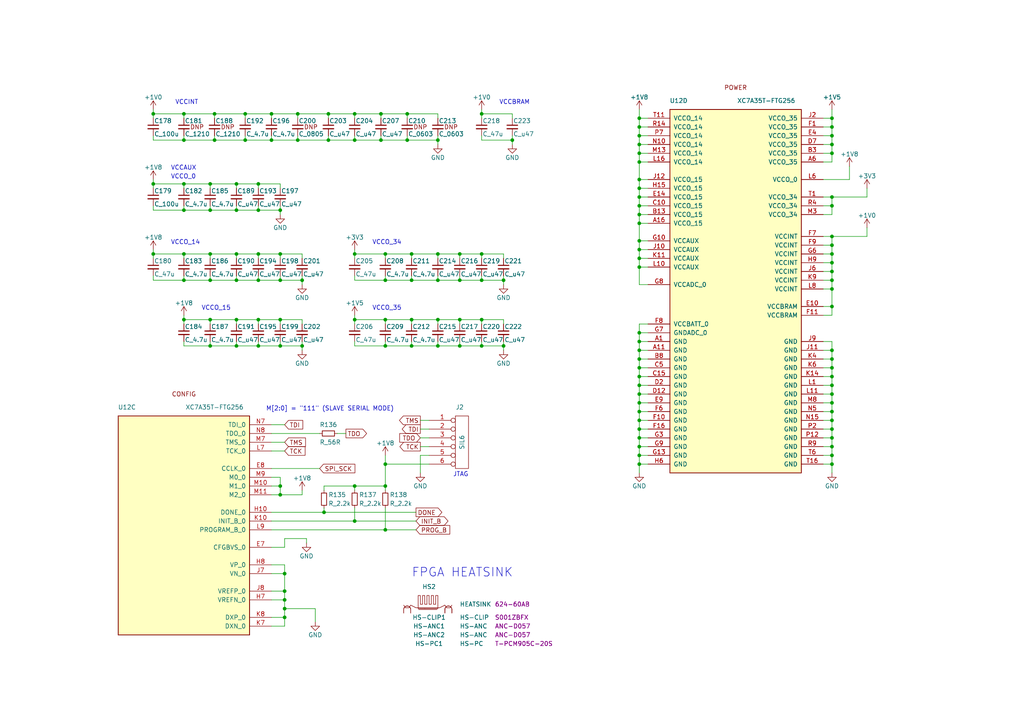
<source format=kicad_sch>
(kicad_sch (version 20231120) (generator "eeschema") (generator_version "8.0")
  (paper "A4")
  (title_block (rev "v2") (comment 1 "Copyright Dejan Priversek 2017"))
  (lib_symbols
    (symbol "ScopefunParts:+1.0V" (power) (pin_names (offset 0))
      (property "Value" "+1.0V" (at 0 3.556 0))
      (symbol "+1.0V_1_1"
        (pin power_in line (at 0 0 90) (length 0) hide (name "+1V0") (number "1"))
      )
    )
    (symbol "ScopefunParts:+1.5V" (power) (pin_names (offset 0))
      (property "Value" "+1.5V" (at 0 3.556 0))
      (symbol "+1.5V_1_1"
        (pin power_in line (at 0 0 90) (length 0) hide (name "+1V5") (number "1"))
      )
    )
    (symbol "ScopefunParts:+1.8V" (power) (pin_names (offset 0))
      (property "Value" "+1.8V" (at 0 3.556 0))
      (symbol "+1.8V_1_1"
        (pin power_in line (at 0 0 90) (length 0) hide (name "+1V8") (number "1"))
      )
    )
    (symbol "ScopefunParts:+3.3V" (power) (pin_names (offset 0))
      (property "Value" "+3.3V" (at 0 3.556 0))
      (symbol "+3.3V_1_1"
        (pin power_in line (at 0 0 90) (length 0) hide (name "+3V3") (number "1"))
      )
    )
    (symbol "ScopefunParts:C_0603" (pin_numbers hide) (pin_names (offset 0.254) hide)
      (property "Reference" "C" (at 0.254 1.778 0))
      (property "Value" "C_0603" (at 0.254 -2.032 0))
      (symbol "C_0603_0_0"
        (text "DNP" (at 3.81 0 0) (effects (font (size 1.27 1.27))))
      )
      (symbol "C_0603_1_1"
        (pin passive line (at 0 2.54 270) (length 1.905) (name "~") (number "1"))
        (pin passive line (at 0 -2.54 90) (length 2.032) (name "~") (number "2"))
      )
    )
    (symbol "ScopefunParts:C_0805" (pin_numbers hide) (pin_names (offset 0.254) hide)
      (property "Reference" "C" (at 0.254 1.778 0))
      (property "Value" "C_0805" (at 0.254 -2.032 0))
      (symbol "C_0805_0_0"
        (text "DNP" (at 3.81 0 0) (effects (font (size 1.27 1.27))))
      )
      (symbol "C_0805_1_1"
        (pin passive line (at 0 2.54 270) (length 1.905) (name "~") (number "1"))
        (pin passive line (at 0 -2.54 90) (length 2.032) (name "~") (number "2"))
      )
    )
    (symbol "ScopefunParts:C_100u" (pin_numbers hide) (pin_names (offset 0.254) hide)
      (property "Reference" "C" (at 0.254 1.778 0))
      (property "Value" "C_100u" (at 0.254 -2.032 0))
      (symbol "C_100u_1_1"
        (pin passive line (at 0 2.54 270) (length 1.905) (name "~") (number "1"))
        (pin passive line (at 0 -2.54 90) (length 2.032) (name "~") (number "2"))
      )
    )
    (symbol "ScopefunParts:C_1210" (pin_numbers hide) (pin_names (offset 0.254) hide)
      (property "Reference" "C" (at 0.254 1.778 0))
      (property "Value" "C_1210" (at 0.254 -2.032 0))
      (symbol "C_1210_0_0"
        (text "DNP" (at 3.81 0 0) (effects (font (size 1.27 1.27))))
      )
      (symbol "C_1210_1_1"
        (pin passive line (at 0 2.54 270) (length 1.905) (name "~") (number "1"))
        (pin passive line (at 0 -2.54 90) (length 2.032) (name "~") (number "2"))
      )
    )
    (symbol "ScopefunParts:C_4.7u" (pin_numbers hide) (pin_names (offset 0.254) hide)
      (property "Reference" "C" (at 0.254 1.778 0))
      (property "Value" "C_4.7u" (at 0.254 -2.032 0))
      (symbol "C_4.7u_1_1"
        (pin passive line (at 0 2.54 270) (length 1.905) (name "~") (number "1"))
        (pin passive line (at 0 -2.54 90) (length 2.032) (name "~") (number "2"))
      )
    )
    (symbol "ScopefunParts:C_47u" (pin_numbers hide) (pin_names (offset 0.254) hide)
      (property "Reference" "C" (at 0.254 1.778 0))
      (property "Value" "C_47u" (at 0.254 -2.032 0))
      (symbol "C_47u_1_1"
        (pin passive line (at 0 2.54 270) (length 1.905) (name "~") (number "1"))
        (pin passive line (at 0 -2.54 90) (length 2.032) (name "~") (number "2"))
      )
    )
    (symbol "ScopefunParts:C_u47" (pin_numbers hide) (pin_names (offset 0.254) hide)
      (property "Reference" "C" (at 0.254 1.778 0))
      (property "Value" "C_u47" (at 0.254 -2.032 0))
      (symbol "C_u47_1_1"
        (pin passive line (at 0 2.54 270) (length 1.905) (name "~") (number "1"))
        (pin passive line (at 0 -2.54 90) (length 2.032) (name "~") (number "2"))
      )
    )
    (symbol "ScopefunParts:HEATSINK" (pin_names (offset 1.016))
      (property "Reference" "HS" (at 0 5.08 0))
      (property "Value" "HEATSINK" (at 0 -1.27 0))
      (property "Description" "624-60AB" (at 0 -3.81 0))
    )
    (symbol "ScopefunParts:HS-ANC" (pin_names (offset 1.016))
      (property "Reference" "HS-ANC" (at 8.89 0 0))
      (property "Value" "HS-ANC" (at 8.89 -2.54 0))
      (property "Description" "ANC-D057" (at 17.78 -2.54 0))
    )
    (symbol "ScopefunParts:HS-CLIP" (pin_names (offset 1.016))
      (property "Reference" "HS-CLIP" (at 8.89 5.08 0))
      (property "Value" "HS-CLIP" (at 8.89 2.54 0))
      (property "MFG Part#" "S001ZBFX" (at 17.78 2.54 0))
    )
    (symbol "ScopefunParts:HS-PC" (pin_names (offset 1.016))
      (property "Reference" "HS-PC" (at 0 5.08 0))
      (property "Value" "HS-PC" (at 0 -1.27 0))
      (property "MFG Part#" "T-PCM905C-20S" (at 0 -3.81 0))
    )
    (symbol "ScopefunParts:R_2.2k" (pin_numbers hide) (pin_names (offset 0.254) hide)
      (property "Reference" "R" (at 1.27 1.27 0))
      (property "Value" "R_2.2k" (at 1.27 -1.27 0))
      (symbol "R_2.2k_1_1"
        (pin passive line (at 0 2.54 270) (length 0.762) (name "~") (number "1"))
        (pin passive line (at 0 -2.54 90) (length 0.762) (name "~") (number "2"))
      )
    )
    (symbol "ScopefunParts:R_56R" (pin_numbers hide) (pin_names (offset 0.254) hide)
      (property "Reference" "R" (at 1.27 1.27 0))
      (property "Value" "R_56R" (at 1.27 -1.27 0))
      (symbol "R_56R_1_1"
        (pin passive line (at 0 2.54 270) (length 0.762) (name "~") (number "1"))
        (pin passive line (at 0 -2.54 90) (length 0.762) (name "~") (number "2"))
      )
    )
    (symbol "ScopefunParts:SIL6" (pin_names (offset 1.016) hide)
      (property "Reference" "J" (at 0 10.16 0))
      (property "Value" "SIL6" (at 0.635 0 90))
      (symbol "SIL6_1_1"
        (pin passive inverted (at -8.89 6.35 0) (length 7.62) (name "1") (number "1"))
        (pin passive inverted (at -8.89 3.81 0) (length 7.62) (name "2") (number "2"))
        (pin passive inverted (at -8.89 1.27 0) (length 7.62) (name "3") (number "3"))
        (pin passive inverted (at -8.89 -1.27 0) (length 7.62) (name "4") (number "4"))
        (pin passive inverted (at -8.89 -3.81 0) (length 7.62) (name "5") (number "5"))
        (pin passive inverted (at -8.89 -6.35 0) (length 7.62) (name "6") (number "6"))
      )
    )
    (symbol "ScopefunParts:XC7A35T-FTG256" (pin_names (offset 1.016))
      (property "Reference" "U" (at -16.51 58.42 0))
      (property "Value" "XC7A35T-FTG256" (at 8.89 58.42 0))
      (symbol "XC7A35T-FTG256_1_0"
        (text "BANK_14 / BANK_15" (at 0 62.23 0) (effects (font (size 1.27 1.27))))
      )
      (symbol "XC7A35T-FTG256_1_1"
        (pin bidirectional line (at 38.1 38.1 180) (length 6.35) (name "IO_L3N_T0_DQS_AD1N_15") (number "A10"))
        (pin bidirectional line (at 38.1 27.94 180) (length 6.35) (name "IO_L5N_T0_AD9N_15") (number "A12"))
        (pin bidirectional line (at 38.1 20.32 180) (length 6.35) (name "IO_L7P_T1_AD2P_15") (number "A13"))
        (pin bidirectional line (at 38.1 17.78 180) (length 6.35) (name "IO_L7N_T1_AD2N_15") (number "A14"))
        (pin bidirectional line (at 38.1 7.62 180) (length 6.35) (name "IO_L9N_T1_DQS_AD3N_15") (number "A15"))
        (pin bidirectional line (at 38.1 45.72 180) (length 6.35) (name "IO_L2P_T0_AD8P_15") (number "A8"))
        (pin bidirectional line (at 38.1 43.18 180) (length 6.35) (name "IO_L2N_T0_AD8N_15") (number "A9"))
        (pin bidirectional line (at 38.1 35.56 180) (length 6.35) (name "IO_L4P_T0_15") (number "B10"))
        (pin bidirectional line (at 38.1 33.02 180) (length 6.35) (name "IO_L4N_T0_15") (number "B11"))
        (pin bidirectional line (at 38.1 30.48 180) (length 6.35) (name "IO_L5P_T0_AD9P_15") (number "B12"))
        (pin bidirectional line (at 38.1 12.7 180) (length 6.35) (name "IO_L8N_T1_AD10N_15") (number "B14"))
        (pin bidirectional line (at 38.1 10.16 180) (length 6.35) (name "IO_L9P_T1_DQS_AD3P_15") (number "B15"))
        (pin bidirectional line (at 38.1 2.54 180) (length 6.35) (name "IO_L10N_T1_AD11N_15") (number "B16"))
        (pin bidirectional line (at 38.1 40.64 180) (length 6.35) (name "IO_L3P_T0_DQS_AD1P_15") (number "B9"))
        (pin bidirectional line (at 38.1 0 180) (length 6.35) (name "IO_L11P_T1_SRCC_15") (number "C11"))
        (pin bidirectional line (at 38.1 -2.54 180) (length 6.35) (name "IO_L11N_T1_SRCC_15") (number "C12"))
        (pin bidirectional line (at 38.1 -7.62 180) (length 6.35) (name "IO_L12N_T1_MRCC_15") (number "C13"))
        (pin bidirectional line (at 38.1 15.24 180) (length 6.35) (name "IO_L8P_T1_AD10P_15") (number "C14"))
        (pin bidirectional line (at 38.1 5.08 180) (length 6.35) (name "IO_L10P_T1_AD11P_15") (number "C16"))
        (pin bidirectional line (at 38.1 50.8 180) (length 6.35) (name "IO_L1P_T0_AD0P_15") (number "C8"))
        (pin bidirectional line (at 38.1 48.26 180) (length 6.35) (name "IO_L1N_T0_AD0N_15") (number "C9"))
        (pin bidirectional line (at 38.1 53.34 180) (length 6.35) (name "IO_0_15") (number "D10"))
        (pin bidirectional line (at 38.1 -17.78 180) (length 6.35) (name "IO_L14N_T2_SRCC_15") (number "D11"))
        (pin bidirectional line (at 38.1 -5.08 180) (length 6.35) (name "IO_L12P_T1_MRCC_15") (number "D13"))
        (pin bidirectional line (at 38.1 -20.32 180) (length 6.35) (name "IO_L15P_T2_DQS_15") (number "D14"))
        (pin bidirectional line (at 38.1 -22.86 180) (length 6.35) (name "IO_L15N_T2_DQS_ADV_B_15") (number "D15"))
        (pin bidirectional line (at 38.1 -33.02 180) (length 6.35) (name "IO_L17N_T2_A25_15") (number "D16"))
        (pin bidirectional line (at 38.1 25.4 180) (length 6.35) (name "IO_L6P_T0_15") (number "D8"))
        (pin bidirectional line (at 38.1 22.86 180) (length 6.35) (name "IO_L6N_T0_VREF_15") (number "D9"))
        (pin bidirectional line (at 38.1 -15.24 180) (length 6.35) (name "IO_L14P_T2_SRCC_15") (number "E11"))
        (pin bidirectional line (at 38.1 -10.16 180) (length 6.35) (name "IO_L13P_T2_MRCC_15") (number "E12"))
        (pin bidirectional line (at 38.1 -12.7 180) (length 6.35) (name "IO_L13N_T2_MRCC_15") (number "E13"))
        (pin bidirectional line (at 38.1 -38.1 180) (length 6.35) (name "IO_L18N_T2_A23_15") (number "E15"))
        (pin bidirectional line (at 38.1 -30.48 180) (length 6.35) (name "IO_L17P_T2_A26_15") (number "E16"))
        (pin bidirectional line (at 38.1 -25.4 180) (length 6.35) (name "IO_L16P_T2_A28_15") (number "F12"))
        (pin bidirectional line (at 38.1 -27.94 180) (length 6.35) (name "IO_L16N_T2_A27_15") (number "F13"))
        (pin bidirectional line (at 38.1 -53.34 180) (length 6.35) (name "IO_L21N_T3_DQS_A18_15") (number "F14"))
        (pin bidirectional line (at 38.1 -35.56 180) (length 6.35) (name "IO_L18P_T2_A24_15") (number "F15"))
        (pin bidirectional line (at 38.1 -71.12 180) (length 6.35) (name "IO_25_15") (number "G11"))
        (pin bidirectional line (at 38.1 -43.18 180) (length 6.35) (name "IO_L19N_T3_A21_VREF_15") (number "G12"))
        (pin bidirectional line (at 38.1 -50.8 180) (length 6.35) (name "IO_L21P_T3_DQS_15") (number "G14"))
        (pin bidirectional line (at 38.1 -68.58 180) (length 6.35) (name "IO_L24N_T3_RS0_15") (number "G15"))
        (pin bidirectional line (at 38.1 -58.42 180) (length 6.35) (name "IO_L22N_T3_A16_15") (number "G16"))
        (pin bidirectional line (at 38.1 -40.64 180) (length 6.35) (name "IO_L19P_T3_A22_15") (number "H11"))
        (pin bidirectional line (at 38.1 -45.72 180) (length 6.35) (name "IO_L20P_T3_A20_15") (number "H12"))
        (pin bidirectional line (at 38.1 -48.26 180) (length 6.35) (name "IO_L20N_T3_A19_15") (number "H13"))
        (pin bidirectional line (at 38.1 -66.04 180) (length 6.35) (name "IO_L24P_T3_RS1_15") (number "H14"))
        (pin bidirectional line (at 38.1 -55.88 180) (length 6.35) (name "IO_L22P_T3_A17_15") (number "H16"))
        (pin bidirectional line (at -38.1 50.8 0) (length 6.35) (name "IO_L1P_T0_D00_MOSI_14") (number "J13"))
        (pin bidirectional line (at -38.1 48.26 0) (length 6.35) (name "IO_L1N_T0_D01_DIN_14") (number "J14"))
        (pin bidirectional line (at 38.1 -60.96 180) (length 6.35) (name "IO_L23P_T3_FOE_B_15") (number "J15"))
        (pin bidirectional line (at 38.1 -63.5 180) (length 6.35) (name "IO_L23N_T3_FWE_B_15") (number "J16"))
        (pin bidirectional line (at -38.1 53.34 0) (length 6.35) (name "IO_0_14") (number "K12"))
        (pin bidirectional line (at -38.1 30.48 0) (length 6.35) (name "IO_L5P_T0_D06_14") (number "K13"))
        (pin bidirectional line (at -38.1 45.72 0) (length 6.35) (name "IO_L2P_T0_D02_14") (number "K15"))
        (pin bidirectional line (at -38.1 43.18 0) (length 6.35) (name "IO_L2N_T0_D03_14") (number "K16"))
        (pin bidirectional line (at -38.1 25.4 0) (length 6.35) (name "IO_L6P_T0_FCS_B_14") (number "L12"))
        (pin bidirectional line (at -38.1 27.94 0) (length 6.35) (name "IO_L5N_T0_D07_14") (number "L13"))
        (pin bidirectional line (at -38.1 35.56 0) (length 6.35) (name "IO_L4P_T0_D04_14") (number "L14"))
        (pin bidirectional line (at -38.1 40.64 0) (length 6.35) (name "IO_L3P_T0_DQS_PUDC_B_14") (number "L15"))
        (pin bidirectional line (at -38.1 22.86 0) (length 6.35) (name "IO_L6N_T0_D08_VREF_14") (number "M12"))
        (pin bidirectional line (at -38.1 33.02 0) (length 6.35) (name "IO_L4N_T0_D05_14") (number "M14"))
        (pin bidirectional line (at -38.1 38.1 0) (length 6.35) (name "IO_L3N_T0_DQS_EMCCLK_14") (number "M15"))
        (pin bidirectional line (at -38.1 20.32 0) (length 6.35) (name "IO_L7P_T1_D09_14") (number "M16"))
        (pin bidirectional line (at -38.1 -40.64 0) (length 6.35) (name "IO_L19P_T3_A10_D26_14") (number "M6"))
        (pin bidirectional line (at -38.1 -10.16 0) (length 6.35) (name "IO_L13P_T2_MRCC_14") (number "N11"))
        (pin bidirectional line (at -38.1 -12.7 0) (length 6.35) (name "IO_L13N_T2_MRCC_14") (number "N12"))
        (pin bidirectional line (at -38.1 0 0) (length 6.35) (name "IO_L11P_T1_SRCC_14") (number "N13"))
        (pin bidirectional line (at -38.1 -5.08 0) (length 6.35) (name "IO_L12P_T1_MRCC_14") (number "N14"))
        (pin bidirectional line (at -38.1 17.78 0) (length 6.35) (name "IO_L7N_T1_D10_14") (number "N16"))
        (pin bidirectional line (at -38.1 -43.18 0) (length 6.35) (name "IO_L19N_T3_A09_D25_VREF_14") (number "N6"))
        (pin bidirectional line (at -38.1 -35.56 0) (length 6.35) (name "IO_L18P_T2_A12_D28_14") (number "N9"))
        (pin bidirectional line (at -38.1 -15.24 0) (length 6.35) (name "IO_L14P_T2_SRCC_14") (number "P10"))
        (pin bidirectional line (at -38.1 -17.78 0) (length 6.35) (name "IO_L14N_T2_SRCC_14") (number "P11"))
        (pin bidirectional line (at -38.1 -2.54 0) (length 6.35) (name "IO_L11N_T1_SRCC_14") (number "P13"))
        (pin bidirectional line (at -38.1 -7.62 0) (length 6.35) (name "IO_L12N_T1_MRCC_14") (number "P14"))
        (pin bidirectional line (at -38.1 15.24 0) (length 6.35) (name "IO_L8P_T1_D11_14") (number "P15"))
        (pin bidirectional line (at -38.1 12.7 0) (length 6.35) (name "IO_L8N_T1_D12_14") (number "P16"))
        (pin bidirectional line (at -38.1 -71.12 0) (length 6.35) (name "IO_25_14") (number "P6"))
        (pin bidirectional line (at -38.1 -45.72 0) (length 6.35) (name "IO_L20P_T3_A08_D24_14") (number "P8"))
        (pin bidirectional line (at -38.1 -38.1 0) (length 6.35) (name "IO_L18N_T2_A11_D27_14") (number "P9"))
        (pin bidirectional line (at -38.1 -30.48 0) (length 6.35) (name "IO_L17P_T2_A14_D30_14") (number "R10"))
        (pin bidirectional line (at -38.1 -33.02 0) (length 6.35) (name "IO_L17N_T2_A13_D29_14") (number "R11"))
        (pin bidirectional line (at -38.1 -20.32 0) (length 6.35) (name "IO_L15P_T2_DQS_RDWR_B_14") (number "R12"))
        (pin bidirectional line (at -38.1 -25.4 0) (length 6.35) (name "IO_L16P_T2_CSI_B_14") (number "R13"))
        (pin bidirectional line (at -38.1 10.16 0) (length 6.35) (name "IO_L9P_T1_DQS_14") (number "R15"))
        (pin bidirectional line (at -38.1 7.62 0) (length 6.35) (name "IO_L9N_T1_DQS_D13_14") (number "R16"))
        (pin bidirectional line (at -38.1 -60.96 0) (length 6.35) (name "IO_L23P_T3_A03_D19_14") (number "R5"))
        (pin bidirectional line (at -38.1 -66.04 0) (length 6.35) (name "IO_L24P_T3_A01_D17_14") (number "R6"))
        (pin bidirectional line (at -38.1 -68.58 0) (length 6.35) (name "IO_L24N_T3_A00_D16_14") (number "R7"))
        (pin bidirectional line (at -38.1 -48.26 0) (length 6.35) (name "IO_L20N_T3_A07_D23_14") (number "R8"))
        (pin bidirectional line (at -38.1 -58.42 0) (length 6.35) (name "IO_L22N_T3_A04_D20_14") (number "T10"))
        (pin bidirectional line (at -38.1 -22.86 0) (length 6.35) (name "IO_L15N_T2_DQS_DOUT_CSO_B_14") (number "T12"))
        (pin bidirectional line (at -38.1 -27.94 0) (length 6.35) (name "IO_L16N_T2_A15_D31_14") (number "T13"))
        (pin bidirectional line (at -38.1 5.08 0) (length 6.35) (name "IO_L10P_T1_D14_14") (number "T14"))
        (pin bidirectional line (at -38.1 2.54 0) (length 6.35) (name "IO_L10N_T1_D15_14") (number "T15"))
        (pin bidirectional line (at -38.1 -63.5 0) (length 6.35) (name "IO_L23N_T3_A02_D18_14") (number "T5"))
        (pin bidirectional line (at -38.1 -50.8 0) (length 6.35) (name "IO_L21P_T3_DQS_14") (number "T7"))
        (pin bidirectional line (at -38.1 -53.34 0) (length 6.35) (name "IO_L21N_T3_DQS_A06_D22_14") (number "T8"))
        (pin bidirectional line (at -38.1 -55.88 0) (length 6.35) (name "IO_L22P_T3_A05_D21_14") (number "T9"))
      )
      (symbol "XC7A35T-FTG256_2_0"
        (text "BANK_34 / BANK_35" (at 0 62.23 0) (effects (font (size 1.27 1.27))))
      )
      (symbol "XC7A35T-FTG256_2_1"
        (pin bidirectional line (at 33.02 12.7 180) (length 6.35) (name "IO_L8N_T1_AD14N_35") (number "A2"))
        (pin bidirectional line (at 33.02 33.02 180) (length 6.35) (name "IO_L4N_T0_35") (number "A3"))
        (pin bidirectional line (at 33.02 38.1 180) (length 6.35) (name "IO_L3N_T0_DQS_AD5N_35") (number "A4"))
        (pin bidirectional line (at 33.02 40.64 180) (length 6.35) (name "IO_L3P_T0_DQS_AD5P_35") (number "A5"))
        (pin bidirectional line (at 33.02 48.26 180) (length 6.35) (name "IO_L1N_T0_AD4N_35") (number "A7"))
        (pin bidirectional line (at 33.02 7.62 180) (length 6.35) (name "IO_L9N_T1_DQS_AD7N_35") (number "B1"))
        (pin bidirectional line (at 33.02 15.24 180) (length 6.35) (name "IO_L8P_T1_AD14P_35") (number "B2"))
        (pin bidirectional line (at 33.02 35.56 180) (length 6.35) (name "IO_L4P_T0_35") (number "B4"))
        (pin bidirectional line (at 33.02 43.18 180) (length 6.35) (name "IO_L2N_T0_AD12N_35") (number "B5"))
        (pin bidirectional line (at 33.02 45.72 180) (length 6.35) (name "IO_L2P_T0_AD12P_35") (number "B6"))
        (pin bidirectional line (at 33.02 50.8 180) (length 6.35) (name "IO_L1P_T0_AD4P_35") (number "B7"))
        (pin bidirectional line (at 33.02 10.16 180) (length 6.35) (name "IO_L9P_T1_DQS_AD7P_35") (number "C1"))
        (pin bidirectional line (at 33.02 17.78 180) (length 6.35) (name "IO_L7N_T1_AD6N_35") (number "C2"))
        (pin bidirectional line (at 33.02 20.32 180) (length 6.35) (name "IO_L7P_T1_AD6P_35") (number "C3"))
        (pin bidirectional line (at 33.02 -7.62 180) (length 6.35) (name "IO_L12N_T1_MRCC_35") (number "C4"))
        (pin bidirectional line (at 33.02 27.94 180) (length 6.35) (name "IO_L5N_T0_AD13N_35") (number "C6"))
        (pin bidirectional line (at 33.02 30.48 180) (length 6.35) (name "IO_L5P_T0_AD13P_35") (number "C7"))
        (pin bidirectional line (at 33.02 2.54 180) (length 6.35) (name "IO_L10N_T1_AD15N_35") (number "D1"))
        (pin bidirectional line (at 33.02 -2.54 180) (length 6.35) (name "IO_L11N_T1_SRCC_35") (number "D3"))
        (pin bidirectional line (at 33.02 -5.08 180) (length 6.35) (name "IO_L12P_T1_MRCC_35") (number "D4"))
        (pin bidirectional line (at 33.02 22.86 180) (length 6.35) (name "IO_L6N_T0_VREF_35") (number "D5"))
        (pin bidirectional line (at 33.02 25.4 180) (length 6.35) (name "IO_L6P_T0_35") (number "D6"))
        (pin bidirectional line (at 33.02 -22.86 180) (length 6.35) (name "IO_L15N_T2_DQS_35") (number "E1"))
        (pin bidirectional line (at 33.02 5.08 180) (length 6.35) (name "IO_L10P_T1_AD15P_35") (number "E2"))
        (pin bidirectional line (at 33.02 0 180) (length 6.35) (name "IO_L11P_T1_SRCC_35") (number "E3"))
        (pin bidirectional line (at 33.02 -12.7 180) (length 6.35) (name "IO_L13N_T2_MRCC_35") (number "E5"))
        (pin bidirectional line (at 33.02 53.34 180) (length 6.35) (name "IO_0_35") (number "E6"))
        (pin bidirectional line (at 33.02 -20.32 180) (length 6.35) (name "IO_L15P_T2_DQS_35") (number "F2"))
        (pin bidirectional line (at 33.02 -17.78 180) (length 6.35) (name "IO_L14N_T2_SRCC_35") (number "F3"))
        (pin bidirectional line (at 33.02 -15.24 180) (length 6.35) (name "IO_L14P_T2_SRCC_35") (number "F4"))
        (pin bidirectional line (at 33.02 -10.16 180) (length 6.35) (name "IO_L13P_T2_MRCC_35") (number "F5"))
        (pin bidirectional line (at 33.02 -33.02 180) (length 6.35) (name "IO_L17N_T2_35") (number "G1"))
        (pin bidirectional line (at 33.02 -30.48 180) (length 6.35) (name "IO_L17P_T2_35") (number "G2"))
        (pin bidirectional line (at 33.02 -27.94 180) (length 6.35) (name "IO_L16N_T2_35") (number "G4"))
        (pin bidirectional line (at 33.02 -25.4 180) (length 6.35) (name "IO_L16P_T2_35") (number "G5"))
        (pin bidirectional line (at 33.02 -48.26 180) (length 6.35) (name "IO_L20N_T3_35") (number "H1"))
        (pin bidirectional line (at 33.02 -45.72 180) (length 6.35) (name "IO_L20P_T3_35") (number "H2"))
        (pin bidirectional line (at 33.02 -53.34 180) (length 6.35) (name "IO_L21N_T3_DQS_35") (number "H3"))
        (pin bidirectional line (at 33.02 -38.1 180) (length 6.35) (name "IO_L18N_T2_35") (number "H4"))
        (pin bidirectional line (at 33.02 -35.56 180) (length 6.35) (name "IO_L18P_T2_35") (number "H5"))
        (pin bidirectional line (at 33.02 -58.42 180) (length 6.35) (name "IO_L22N_T3_35") (number "J1"))
        (pin bidirectional line (at 33.02 -50.8 180) (length 6.35) (name "IO_L21P_T3_DQS_35") (number "J3"))
        (pin bidirectional line (at 33.02 -43.18 180) (length 6.35) (name "IO_L19N_T3_VREF_35") (number "J4"))
        (pin bidirectional line (at 33.02 -40.64 180) (length 6.35) (name "IO_L19P_T3_35") (number "J5"))
        (pin bidirectional line (at 33.02 -55.88 180) (length 6.35) (name "IO_L22P_T3_35") (number "K1"))
        (pin bidirectional line (at 33.02 -68.58 180) (length 6.35) (name "IO_L24N_T3_35") (number "K2"))
        (pin bidirectional line (at 33.02 -66.04 180) (length 6.35) (name "IO_L24P_T3_35") (number "K3"))
        (pin bidirectional line (at 33.02 -71.12 180) (length 6.35) (name "IO_25_35") (number "K5"))
        (pin bidirectional line (at 33.02 -63.5 180) (length 6.35) (name "IO_L23N_T3_35") (number "L2"))
        (pin bidirectional line (at 33.02 -60.96 180) (length 6.35) (name "IO_L23P_T3_35") (number "L3"))
        (pin bidirectional line (at -33.02 50.8 0) (length 6.35) (name "IO_L1P_T0_34") (number "L4"))
        (pin bidirectional line (at -33.02 53.34 0) (length 6.35) (name "IO_0_34") (number "L5"))
        (pin bidirectional line (at -33.02 43.18 0) (length 6.35) (name "IO_L2N_T0_34") (number "M1"))
        (pin bidirectional line (at -33.02 45.72 0) (length 6.35) (name "IO_L2P_T0_34") (number "M2"))
        (pin bidirectional line (at -33.02 48.26 0) (length 6.35) (name "IO_L1N_T0_34") (number "M4"))
        (pin bidirectional line (at -33.02 25.4 0) (length 6.35) (name "IO_L6P_T0_34") (number "M5"))
        (pin bidirectional line (at -33.02 35.56 0) (length 6.35) (name "IO_L4P_T0_34") (number "N1"))
        (pin bidirectional line (at -33.02 38.1 0) (length 6.35) (name "IO_L3N_T0_DQS_34") (number "N2"))
        (pin bidirectional line (at -33.02 40.64 0) (length 6.35) (name "IO_L3P_T0_DQS_34") (number "N3"))
        (pin bidirectional line (at -33.02 22.86 0) (length 6.35) (name "IO_L6N_T0_VREF_34") (number "N4"))
        (pin bidirectional line (at -33.02 33.02 0) (length 6.35) (name "IO_L4N_T0_34") (number "P1"))
        (pin bidirectional line (at -33.02 27.94 0) (length 6.35) (name "IO_L5N_T0_34") (number "P3"))
        (pin bidirectional line (at -33.02 30.48 0) (length 6.35) (name "IO_L5P_T0_34") (number "P4"))
        (pin bidirectional line (at -33.02 5.08 0) (length 6.35) (name "IO_L10P_T1_34") (number "P5"))
        (pin bidirectional line (at -33.02 17.78 0) (length 6.35) (name "IO_L7N_T1_34") (number "R1"))
        (pin bidirectional line (at -33.02 20.32 0) (length 6.35) (name "IO_L7P_T1_34") (number "R2"))
        (pin bidirectional line (at -33.02 15.24 0) (length 6.35) (name "IO_L8P_T1_34") (number "R3"))
        (pin bidirectional line (at -33.02 12.7 0) (length 6.35) (name "IO_L8N_T1_34") (number "T2"))
        (pin bidirectional line (at -33.02 7.62 0) (length 6.35) (name "IO_L9N_T1_DQS_34") (number "T3"))
        (pin bidirectional line (at -33.02 10.16 0) (length 6.35) (name "IO_L9P_T1_DQS_34") (number "T4"))
      )
      (symbol "XC7A35T-FTG256_3_0"
        (text "CONFIG" (at 0 62.23 0) (effects (font (size 1.27 1.27))))
      )
      (symbol "XC7A35T-FTG256_3_1"
        (pin bidirectional line (at 25.4 17.78 180) (length 6.35) (name "CFGBVS_0") (number "E7"))
        (pin bidirectional line (at 25.4 40.64 180) (length 6.35) (name "CCLK_0") (number "E8"))
        (pin bidirectional line (at 25.4 27.94 180) (length 6.35) (name "DONE_0") (number "H10"))
        (pin bidirectional line (at 25.4 2.54 180) (length 6.35) (name "VREFN_0") (number "H7"))
        (pin bidirectional line (at 25.4 12.7 180) (length 6.35) (name "VP_0") (number "H8"))
        (pin bidirectional line (at 25.4 10.16 180) (length 6.35) (name "VN_0") (number "J7"))
        (pin bidirectional line (at 25.4 5.08 180) (length 6.35) (name "VREFP_0") (number "J8"))
        (pin bidirectional line (at 25.4 25.4 180) (length 6.35) (name "INIT_B_0") (number "K10"))
        (pin bidirectional line (at 25.4 -5.08 180) (length 6.35) (name "DXN_0") (number "K7"))
        (pin bidirectional line (at 25.4 -2.54 180) (length 6.35) (name "DXP_0") (number "K8"))
        (pin bidirectional line (at 25.4 45.72 180) (length 6.35) (name "TCK_0") (number "L7"))
        (pin bidirectional line (at 25.4 22.86 180) (length 6.35) (name "PROGRAM_B_0") (number "L9"))
        (pin bidirectional line (at 25.4 35.56 180) (length 6.35) (name "M1_0") (number "M10"))
        (pin bidirectional line (at 25.4 33.02 180) (length 6.35) (name "M2_0") (number "M11"))
        (pin bidirectional line (at 25.4 48.26 180) (length 6.35) (name "TMS_0") (number "M7"))
        (pin bidirectional line (at 25.4 38.1 180) (length 6.35) (name "M0_0") (number "M9"))
        (pin bidirectional line (at 25.4 53.34 180) (length 6.35) (name "TDI_0") (number "N7"))
        (pin bidirectional line (at 25.4 50.8 180) (length 6.35) (name "TDO_0") (number "N8"))
      )
      (symbol "XC7A35T-FTG256_4_0"
        (text "POWER" (at 0 62.23 0) (effects (font (size 1.27 1.27))))
      )
      (symbol "XC7A35T-FTG256_4_1"
        (pin power_in line (at -25.4 -11.43 0) (length 6.35) (name "GND") (number "A1"))
        (pin power_in line (at -25.4 -13.97 0) (length 6.35) (name "GND") (number "A11"))
        (pin power_in line (at -25.4 22.86 0) (length 6.35) (name "VCCO_15") (number "A16"))
        (pin power_in line (at 25.4 40.64 180) (length 6.35) (name "VCCO_35") (number "A6"))
        (pin power_in line (at -25.4 25.4 0) (length 6.35) (name "VCCO_15") (number "B13"))
        (pin power_in line (at 25.4 43.18 180) (length 6.35) (name "VCCO_35") (number "B3"))
        (pin power_in line (at -25.4 -16.51 0) (length 6.35) (name "GND") (number "B8"))
        (pin power_in line (at -25.4 27.94 0) (length 6.35) (name "VCCO_15") (number "C10"))
        (pin power_in line (at -25.4 -21.59 0) (length 6.35) (name "GND") (number "C15"))
        (pin power_in line (at -25.4 -19.05 0) (length 6.35) (name "GND") (number "C5"))
        (pin power_in line (at -25.4 -26.67 0) (length 6.35) (name "GND") (number "D12"))
        (pin power_in line (at -25.4 -24.13 0) (length 6.35) (name "GND") (number "D2"))
        (pin power_in line (at 25.4 45.72 180) (length 6.35) (name "VCCO_35") (number "D7"))
        (pin power_in line (at 25.4 -1.27 180) (length 6.35) (name "VCCBRAM") (number "E10"))
        (pin power_in line (at -25.4 30.48 0) (length 6.35) (name "VCCO_15") (number "E14"))
        (pin power_in line (at 25.4 48.26 180) (length 6.35) (name "VCCO_35") (number "E4"))
        (pin power_in line (at -25.4 -29.21 0) (length 6.35) (name "GND") (number "E9"))
        (pin power_in line (at 25.4 50.8 180) (length 6.35) (name "VCCO_35") (number "F1"))
        (pin power_in line (at -25.4 -34.29 0) (length 6.35) (name "GND") (number "F10"))
        (pin power_in line (at 25.4 -3.81 180) (length 6.35) (name "VCCBRAM") (number "F11"))
        (pin power_in line (at -25.4 -36.83 0) (length 6.35) (name "GND") (number "F16"))
        (pin power_in line (at -25.4 -31.75 0) (length 6.35) (name "GND") (number "F6"))
        (pin power_in line (at 25.4 19.05 180) (length 6.35) (name "VCCINT") (number "F7"))
        (pin power_in line (at -25.4 -6.35 0) (length 6.35) (name "VCCBATT_0") (number "F8"))
        (pin power_in line (at 25.4 16.51 180) (length 6.35) (name "VCCINT") (number "F9"))
        (pin power_in line (at -25.4 17.78 0) (length 6.35) (name "VCCAUX") (number "G10"))
        (pin power_in line (at -25.4 -44.45 0) (length 6.35) (name "GND") (number "G13"))
        (pin power_in line (at -25.4 -39.37 0) (length 6.35) (name "GND") (number "G3"))
        (pin power_in line (at 25.4 13.97 180) (length 6.35) (name "VCCINT") (number "G6"))
        (pin power_in line (at -25.4 -8.89 0) (length 6.35) (name "GNDADC_0") (number "G7"))
        (pin power_in line (at -25.4 5.08 0) (length 6.35) (name "VCCADC_0") (number "G8"))
        (pin power_in line (at -25.4 -41.91 0) (length 6.35) (name "GND") (number "G9"))
        (pin power_in line (at -25.4 33.02 0) (length 6.35) (name "VCCO_15") (number "H15"))
        (pin power_in line (at -25.4 -46.99 0) (length 6.35) (name "GND") (number "H6"))
        (pin power_in line (at 25.4 11.43 180) (length 6.35) (name "VCCINT") (number "H9"))
        (pin power_in line (at -25.4 15.24 0) (length 6.35) (name "VCCAUX") (number "J10"))
        (pin power_in line (at 25.4 -13.97 180) (length 6.35) (name "GND") (number "J11"))
        (pin power_in line (at -25.4 35.56 0) (length 6.35) (name "VCCO_15") (number "J12"))
        (pin power_in line (at 25.4 53.34 180) (length 6.35) (name "VCCO_35") (number "J2"))
        (pin power_in line (at 25.4 8.89 180) (length 6.35) (name "VCCINT") (number "J6"))
        (pin power_in line (at 25.4 -11.43 180) (length 6.35) (name "GND") (number "J9"))
        (pin power_in line (at -25.4 12.7 0) (length 6.35) (name "VCCAUX") (number "K11"))
        (pin power_in line (at 25.4 -21.59 180) (length 6.35) (name "GND") (number "K14"))
        (pin power_in line (at 25.4 -16.51 180) (length 6.35) (name "GND") (number "K4"))
        (pin power_in line (at 25.4 -19.05 180) (length 6.35) (name "GND") (number "K6"))
        (pin power_in line (at 25.4 6.35 180) (length 6.35) (name "VCCINT") (number "K9"))
        (pin power_in line (at 25.4 -24.13 180) (length 6.35) (name "GND") (number "L1"))
        (pin power_in line (at -25.4 10.16 0) (length 6.35) (name "VCCAUX") (number "L10"))
        (pin power_in line (at 25.4 -26.67 180) (length 6.35) (name "GND") (number "L11"))
        (pin power_in line (at -25.4 40.64 0) (length 6.35) (name "VCCO_14") (number "L16"))
        (pin power_in line (at 25.4 35.56 180) (length 6.35) (name "VCCO_0") (number "L6"))
        (pin power_in line (at 25.4 3.81 180) (length 6.35) (name "VCCINT") (number "L8"))
        (pin power_in line (at -25.4 43.18 0) (length 6.35) (name "VCCO_14") (number "M13"))
        (pin power_in line (at 25.4 25.4 180) (length 6.35) (name "VCCO_34") (number "M3"))
        (pin power_in line (at 25.4 -29.21 180) (length 6.35) (name "GND") (number "M8"))
        (pin power_in line (at -25.4 45.72 0) (length 6.35) (name "VCCO_14") (number "N10"))
        (pin power_in line (at 25.4 -34.29 180) (length 6.35) (name "GND") (number "N15"))
        (pin power_in line (at 25.4 -31.75 180) (length 6.35) (name "GND") (number "N5"))
        (pin power_in line (at 25.4 -39.37 180) (length 6.35) (name "GND") (number "P12"))
        (pin power_in line (at 25.4 -36.83 180) (length 6.35) (name "GND") (number "P2"))
        (pin power_in line (at -25.4 48.26 0) (length 6.35) (name "VCCO_14") (number "P7"))
        (pin power_in line (at -25.4 50.8 0) (length 6.35) (name "VCCO_14") (number "R14"))
        (pin power_in line (at 25.4 27.94 180) (length 6.35) (name "VCCO_34") (number "R4"))
        (pin power_in line (at 25.4 -41.91 180) (length 6.35) (name "GND") (number "R9"))
        (pin power_in line (at 25.4 30.48 180) (length 6.35) (name "VCCO_34") (number "T1"))
        (pin power_in line (at -25.4 53.34 0) (length 6.35) (name "VCCO_14") (number "T11"))
        (pin power_in line (at 25.4 -46.99 180) (length 6.35) (name "GND") (number "T16"))
        (pin power_in line (at 25.4 -44.45 180) (length 6.35) (name "GND") (number "T6"))
      )
    )
    (symbol "Scopefun_v2-rescue:GND" (power) (pin_names (offset 0))
      (property "Value" "GND" (at 0 -3.81 0))
      (symbol "GND_1_1"
        (pin power_in line (at 0 0 270) (length 0) hide (name "GND") (number "1"))
      )
    )
  )
  (junction (at 82.55 179.07))
  (junction (at 81.28 60.96))
  (junction (at 127 40.64))
  (junction (at 102.87 73.66))
  (junction (at 110.49 33.02))
  (junction (at 185.42 99.06))
  (junction (at 185.42 59.69))
  (junction (at 74.93 100.33))
  (junction (at 241.3 83.82))
  (junction (at 241.3 121.92))
  (junction (at 241.3 106.68))
  (junction (at 241.3 88.9))
  (junction (at 62.23 40.64))
  (junction (at 82.55 166.37))
  (junction (at 185.42 46.99))
  (junction (at 60.96 73.66))
  (junction (at 74.93 92.71))
  (junction (at 241.3 132.08))
  (junction (at 81.28 81.28))
  (junction (at 53.34 40.64))
  (junction (at 111.76 92.71))
  (junction (at 44.45 73.66))
  (junction (at 102.87 33.02))
  (junction (at 241.3 39.37))
  (junction (at 74.93 73.66))
  (junction (at 118.11 40.64))
  (junction (at 53.34 33.02))
  (junction (at 53.34 73.66))
  (junction (at 53.34 92.71))
  (junction (at 127 92.71))
  (junction (at 241.3 124.46))
  (junction (at 185.42 106.68))
  (junction (at 53.34 53.34))
  (junction (at 241.3 111.76))
  (junction (at 82.55 171.45))
  (junction (at 111.76 73.66))
  (junction (at 241.3 71.12))
  (junction (at 139.7 100.33))
  (junction (at 81.28 100.33))
  (junction (at 185.42 44.45))
  (junction (at 185.42 54.61))
  (junction (at 139.7 81.28))
  (junction (at 185.42 77.47))
  (junction (at 74.93 53.34))
  (junction (at 185.42 69.85))
  (junction (at 74.93 81.28))
  (junction (at 146.05 100.33))
  (junction (at 119.38 92.71))
  (junction (at 185.42 62.23))
  (junction (at 53.34 81.28))
  (junction (at 53.34 60.96))
  (junction (at 86.36 33.02))
  (junction (at 78.74 33.02))
  (junction (at 241.3 36.83))
  (junction (at 111.76 153.67))
  (junction (at 185.42 109.22))
  (junction (at 68.58 81.28))
  (junction (at 68.58 53.34))
  (junction (at 241.3 127))
  (junction (at 133.35 92.71))
  (junction (at 241.3 57.15))
  (junction (at 81.28 73.66))
  (junction (at 241.3 44.45))
  (junction (at 185.42 101.6))
  (junction (at 44.45 33.02))
  (junction (at 102.87 40.64))
  (junction (at 241.3 81.28))
  (junction (at 185.42 72.39))
  (junction (at 241.3 73.66))
  (junction (at 86.36 40.64))
  (junction (at 185.42 41.91))
  (junction (at 241.3 101.6))
  (junction (at 111.76 134.62))
  (junction (at 78.74 40.64))
  (junction (at 139.7 73.66))
  (junction (at 241.3 41.91))
  (junction (at 62.23 33.02))
  (junction (at 185.42 124.46))
  (junction (at 185.42 36.83))
  (junction (at 185.42 129.54))
  (junction (at 133.35 73.66))
  (junction (at 60.96 100.33))
  (junction (at 139.7 92.71))
  (junction (at 127 100.33))
  (junction (at 185.42 111.76))
  (junction (at 71.12 33.02))
  (junction (at 81.28 92.71))
  (junction (at 185.42 127))
  (junction (at 111.76 100.33))
  (junction (at 241.3 68.58))
  (junction (at 146.05 81.28))
  (junction (at 82.55 176.53))
  (junction (at 60.96 81.28))
  (junction (at 82.55 173.99))
  (junction (at 185.42 134.62))
  (junction (at 185.42 57.15))
  (junction (at 44.45 53.34))
  (junction (at 185.42 116.84))
  (junction (at 111.76 81.28))
  (junction (at 133.35 100.33))
  (junction (at 148.59 40.64))
  (junction (at 95.25 40.64))
  (junction (at 241.3 114.3))
  (junction (at 241.3 34.29))
  (junction (at 241.3 129.54))
  (junction (at 119.38 81.28))
  (junction (at 185.42 119.38))
  (junction (at 87.63 81.28))
  (junction (at 74.93 60.96))
  (junction (at 185.42 64.77))
  (junction (at 110.49 40.64))
  (junction (at 185.42 114.3))
  (junction (at 102.87 140.97))
  (junction (at 68.58 73.66))
  (junction (at 68.58 60.96))
  (junction (at 241.3 116.84))
  (junction (at 241.3 59.69))
  (junction (at 241.3 134.62))
  (junction (at 185.42 39.37))
  (junction (at 102.87 92.71))
  (junction (at 87.63 100.33))
  (junction (at 81.28 143.51))
  (junction (at 185.42 104.14))
  (junction (at 133.35 81.28))
  (junction (at 68.58 92.71))
  (junction (at 241.3 76.2))
  (junction (at 185.42 74.93))
  (junction (at 185.42 132.08))
  (junction (at 241.3 119.38))
  (junction (at 102.87 151.13))
  (junction (at 81.28 140.97))
  (junction (at 95.25 33.02))
  (junction (at 60.96 53.34))
  (junction (at 185.42 96.52))
  (junction (at 119.38 100.33))
  (junction (at 111.76 140.97))
  (junction (at 127 81.28))
  (junction (at 241.3 109.22))
  (junction (at 60.96 92.71))
  (junction (at 185.42 34.29))
  (junction (at 60.96 60.96))
  (junction (at 127 73.66))
  (junction (at 241.3 78.74))
  (junction (at 68.58 100.33))
  (junction (at 185.42 52.07))
  (junction (at 185.42 121.92))
  (junction (at 139.7 33.02))
  (junction (at 118.11 33.02))
  (junction (at 119.38 73.66))
  (junction (at 71.12 40.64))
  (junction (at 93.98 148.59))
  (junction (at 241.3 104.14))
  (wire (pts (xy 185.42 111.76) (xy 185.42 114.3)))
  (wire (pts (xy 119.38 92.71) (xy 119.38 93.98)))
  (wire (pts (xy 119.38 73.66) (xy 119.38 74.93)))
  (wire (pts (xy 81.28 140.97) (xy 81.28 143.51)))
  (wire (pts (xy 119.38 81.28) (xy 119.38 80.01)))
  (wire (pts (xy 185.42 127) (xy 185.42 129.54)))
  (wire (pts (xy 78.74 33.02) (xy 78.74 34.29)))
  (wire (pts (xy 82.55 130.81) (xy 78.74 130.81)))
  (wire (pts (xy 185.42 104.14) (xy 185.42 106.68)))
  (wire (pts (xy 241.3 59.69) (xy 241.3 62.23)))
  (wire (pts (xy 82.55 156.21) (xy 88.9 156.21)))
  (wire (pts (xy 148.59 34.29) (xy 148.59 33.02)))
  (wire (pts (xy 102.87 91.44) (xy 102.87 92.71)))
  (wire (pts (xy 118.11 33.02) (xy 118.11 34.29)))
  (wire (pts (xy 53.34 34.29) (xy 53.34 33.02)))
  (wire (pts (xy 241.3 39.37) (xy 241.3 41.91)))
  (wire (pts (xy 241.3 119.38) (xy 241.3 121.92)))
  (wire (pts (xy 111.76 147.32) (xy 111.76 153.67)))
  (wire (pts (xy 185.42 69.85) (xy 185.42 72.39)))
  (wire (pts (xy 121.92 124.46) (xy 124.46 124.46)))
  (wire (pts (xy 44.45 31.75) (xy 44.45 33.02)))
  (wire (pts (xy 133.35 73.66) (xy 133.35 74.93)))
  (wire (pts (xy 241.3 62.23) (xy 238.76 62.23)))
  (wire (pts (xy 92.71 135.89) (xy 78.74 135.89)))
  (wire (pts (xy 185.42 31.75) (xy 185.42 34.29)))
  (wire (pts (xy 71.12 33.02) (xy 78.74 33.02)))
  (wire (pts (xy 127 73.66) (xy 127 74.93)))
  (wire (pts (xy 185.42 62.23) (xy 187.96 62.23)))
  (wire (pts (xy 185.42 34.29) (xy 185.42 36.83)))
  (wire (pts (xy 78.74 123.19) (xy 82.55 123.19)))
  (wire (pts (xy 82.55 171.45) (xy 82.55 173.99)))
  (wire (pts (xy 185.42 132.08) (xy 185.42 134.62)))
  (wire (pts (xy 81.28 81.28) (xy 87.63 81.28)))
  (wire (pts (xy 68.58 53.34) (xy 68.58 54.61)))
  (wire (pts (xy 185.42 101.6) (xy 187.96 101.6)))
  (wire (pts (xy 74.93 53.34) (xy 81.28 53.34)))
  (wire (pts (xy 127 100.33) (xy 133.35 100.33)))
  (wire (pts (xy 71.12 40.64) (xy 71.12 39.37)))
  (wire (pts (xy 74.93 100.33) (xy 74.93 99.06)))
  (wire (pts (xy 102.87 72.39) (xy 102.87 73.66)))
  (wire (pts (xy 81.28 73.66) (xy 87.63 73.66)))
  (wire (pts (xy 87.63 80.01) (xy 87.63 81.28)))
  (wire (pts (xy 241.3 114.3) (xy 238.76 114.3)))
  (wire (pts (xy 185.42 116.84) (xy 185.42 119.38)))
  (wire (pts (xy 87.63 99.06) (xy 87.63 100.33)))
  (wire (pts (xy 148.59 39.37) (xy 148.59 40.64)))
  (wire (pts (xy 241.3 129.54) (xy 241.3 132.08)))
  (wire (pts (xy 87.63 100.33) (xy 87.63 101.6)))
  (wire (pts (xy 78.74 173.99) (xy 82.55 173.99)))
  (wire (pts (xy 102.87 33.02) (xy 110.49 33.02)))
  (wire (pts (xy 241.3 119.38) (xy 238.76 119.38)))
  (wire (pts (xy 44.45 53.34) (xy 53.34 53.34)))
  (wire (pts (xy 241.3 106.68) (xy 238.76 106.68)))
  (wire (pts (xy 44.45 60.96) (xy 53.34 60.96)))
  (wire (pts (xy 185.42 72.39) (xy 187.96 72.39)))
  (wire (pts (xy 133.35 81.28) (xy 139.7 81.28)))
  (wire (pts (xy 95.25 40.64) (xy 102.87 40.64)))
  (wire (pts (xy 53.34 59.69) (xy 53.34 60.96)))
  (wire (pts (xy 53.34 91.44) (xy 53.34 92.71)))
  (wire (pts (xy 95.25 33.02) (xy 95.25 34.29)))
  (wire (pts (xy 68.58 60.96) (xy 68.58 59.69)))
  (wire (pts (xy 82.55 158.75) (xy 82.55 156.21)))
  (wire (pts (xy 238.76 57.15) (xy 241.3 57.15)))
  (wire (pts (xy 60.96 60.96) (xy 60.96 59.69)))
  (wire (pts (xy 78.74 143.51) (xy 81.28 143.51)))
  (wire (pts (xy 53.34 74.93) (xy 53.34 73.66)))
  (wire (pts (xy 68.58 92.71) (xy 68.58 93.98)))
  (wire (pts (xy 60.96 81.28) (xy 68.58 81.28)))
  (wire (pts (xy 82.55 179.07) (xy 82.55 181.61)))
  (wire (pts (xy 133.35 100.33) (xy 133.35 99.06)))
  (wire (pts (xy 241.3 104.14) (xy 241.3 106.68)))
  (wire (pts (xy 81.28 92.71) (xy 81.28 93.98)))
  (wire (pts (xy 111.76 99.06) (xy 111.76 100.33)))
  (wire (pts (xy 241.3 91.44) (xy 238.76 91.44)))
  (wire (pts (xy 185.42 41.91) (xy 185.42 44.45)))
  (wire (pts (xy 146.05 73.66) (xy 146.05 74.93)))
  (wire (pts (xy 146.05 99.06) (xy 146.05 100.33)))
  (wire (pts (xy 185.42 134.62) (xy 187.96 134.62)))
  (wire (pts (xy 185.42 57.15) (xy 187.96 57.15)))
  (wire (pts (xy 185.42 52.07) (xy 185.42 54.61)))
  (wire (pts (xy 133.35 73.66) (xy 139.7 73.66)))
  (wire (pts (xy 102.87 92.71) (xy 102.87 93.98)))
  (wire (pts (xy 185.42 121.92) (xy 187.96 121.92)))
  (wire (pts (xy 62.23 40.64) (xy 71.12 40.64)))
  (wire (pts (xy 111.76 100.33) (xy 119.38 100.33)))
  (wire (pts (xy 78.74 153.67) (xy 111.76 153.67)))
  (wire (pts (xy 185.42 46.99) (xy 187.96 46.99)))
  (wire (pts (xy 127 81.28) (xy 127 80.01)))
  (wire (pts (xy 53.34 54.61) (xy 53.34 53.34)))
  (wire (pts (xy 241.3 132.08) (xy 241.3 134.62)))
  (wire (pts (xy 185.42 116.84) (xy 187.96 116.84)))
  (wire (pts (xy 241.3 104.14) (xy 238.76 104.14)))
  (wire (pts (xy 185.42 129.54) (xy 187.96 129.54)))
  (wire (pts (xy 139.7 99.06) (xy 139.7 100.33)))
  (wire (pts (xy 78.74 140.97) (xy 81.28 140.97)))
  (wire (pts (xy 241.3 111.76) (xy 238.76 111.76)))
  (wire (pts (xy 82.55 163.83) (xy 82.55 166.37)))
  (wire (pts (xy 74.93 73.66) (xy 74.93 74.93)))
  (wire (pts (xy 139.7 92.71) (xy 146.05 92.71)))
  (wire (pts (xy 127 40.64) (xy 127 41.91)))
  (wire (pts (xy 68.58 53.34) (xy 74.93 53.34)))
  (wire (pts (xy 241.3 76.2) (xy 238.76 76.2)))
  (wire (pts (xy 241.3 111.76) (xy 241.3 114.3)))
  (wire (pts (xy 185.42 109.22) (xy 187.96 109.22)))
  (wire (pts (xy 241.3 39.37) (xy 238.76 39.37)))
  (wire (pts (xy 102.87 40.64) (xy 102.87 39.37)))
  (wire (pts (xy 44.45 33.02) (xy 44.45 34.29)))
  (wire (pts (xy 74.93 73.66) (xy 81.28 73.66)))
  (wire (pts (xy 124.46 132.08) (xy 121.92 132.08)))
  (wire (pts (xy 44.45 53.34) (xy 44.45 54.61)))
  (wire (pts (xy 185.42 93.98) (xy 185.42 96.52)))
  (wire (pts (xy 60.96 73.66) (xy 68.58 73.66)))
  (wire (pts (xy 53.34 39.37) (xy 53.34 40.64)))
  (wire (pts (xy 60.96 100.33) (xy 60.96 99.06)))
  (wire (pts (xy 139.7 80.01) (xy 139.7 81.28)))
  (wire (pts (xy 102.87 140.97) (xy 93.98 140.97)))
  (wire (pts (xy 146.05 81.28) (xy 146.05 82.55)))
  (wire (pts (xy 241.3 57.15) (xy 251.46 57.15)))
  (wire (pts (xy 74.93 81.28) (xy 81.28 81.28)))
  (wire (pts (xy 102.87 81.28) (xy 111.76 81.28)))
  (wire (pts (xy 139.7 92.71) (xy 139.7 93.98)))
  (wire (pts (xy 44.45 72.39) (xy 44.45 73.66)))
  (wire (pts (xy 241.3 83.82) (xy 238.76 83.82)))
  (wire (pts (xy 53.34 80.01) (xy 53.34 81.28)))
  (wire (pts (xy 185.42 64.77) (xy 185.42 69.85)))
  (wire (pts (xy 74.93 60.96) (xy 74.93 59.69)))
  (wire (pts (xy 185.42 77.47) (xy 187.96 77.47)))
  (wire (pts (xy 187.96 54.61) (xy 185.42 54.61)))
  (wire (pts (xy 139.7 33.02) (xy 139.7 34.29)))
  (wire (pts (xy 241.3 124.46) (xy 238.76 124.46)))
  (wire (pts (xy 238.76 34.29) (xy 241.3 34.29)))
  (wire (pts (xy 185.42 134.62) (xy 185.42 137.16)))
  (wire (pts (xy 110.49 34.29) (xy 110.49 33.02)))
  (wire (pts (xy 62.23 39.37) (xy 62.23 40.64)))
  (wire (pts (xy 93.98 140.97) (xy 93.98 142.24)))
  (wire (pts (xy 110.49 33.02) (xy 118.11 33.02)))
  (wire (pts (xy 53.34 60.96) (xy 60.96 60.96)))
  (wire (pts (xy 119.38 92.71) (xy 127 92.71)))
  (wire (pts (xy 102.87 81.28) (xy 102.87 80.01)))
  (wire (pts (xy 53.34 99.06) (xy 53.34 100.33)))
  (wire (pts (xy 78.74 138.43) (xy 81.28 138.43)))
  (wire (pts (xy 241.3 132.08) (xy 238.76 132.08)))
  (wire (pts (xy 187.96 34.29) (xy 185.42 34.29)))
  (wire (pts (xy 92.71 125.73) (xy 78.74 125.73)))
  (wire (pts (xy 185.42 74.93) (xy 185.42 77.47)))
  (wire (pts (xy 102.87 73.66) (xy 111.76 73.66)))
  (wire (pts (xy 119.38 100.33) (xy 119.38 99.06)))
  (wire (pts (xy 241.3 46.99) (xy 238.76 46.99)))
  (wire (pts (xy 68.58 92.71) (xy 74.93 92.71)))
  (wire (pts (xy 185.42 69.85) (xy 187.96 69.85)))
  (wire (pts (xy 148.59 40.64) (xy 148.59 41.91)))
  (wire (pts (xy 241.3 31.75) (xy 241.3 34.29)))
  (wire (pts (xy 241.3 81.28) (xy 241.3 83.82)))
  (wire (pts (xy 60.96 92.71) (xy 60.96 93.98)))
  (wire (pts (xy 102.87 40.64) (xy 110.49 40.64)))
  (wire (pts (xy 185.42 109.22) (xy 185.42 111.76)))
  (wire (pts (xy 185.42 127) (xy 187.96 127)))
  (wire (pts (xy 139.7 73.66) (xy 139.7 74.93)))
  (wire (pts (xy 110.49 40.64) (xy 110.49 39.37)))
  (wire (pts (xy 185.42 64.77) (xy 187.96 64.77)))
  (wire (pts (xy 60.96 92.71) (xy 68.58 92.71)))
  (wire (pts (xy 241.3 99.06) (xy 241.3 101.6)))
  (wire (pts (xy 74.93 100.33) (xy 81.28 100.33)))
  (wire (pts (xy 139.7 40.64) (xy 139.7 39.37)))
  (wire (pts (xy 68.58 60.96) (xy 74.93 60.96)))
  (wire (pts (xy 185.42 57.15) (xy 185.42 59.69)))
  (wire (pts (xy 127 73.66) (xy 133.35 73.66)))
  (wire (pts (xy 187.96 96.52) (xy 185.42 96.52)))
  (wire (pts (xy 185.42 106.68) (xy 187.96 106.68)))
  (wire (pts (xy 241.3 109.22) (xy 241.3 111.76)))
  (wire (pts (xy 95.25 33.02) (xy 102.87 33.02)))
  (wire (pts (xy 68.58 81.28) (xy 74.93 81.28)))
  (wire (pts (xy 185.42 44.45) (xy 185.42 46.99)))
  (wire (pts (xy 110.49 40.64) (xy 118.11 40.64)))
  (wire (pts (xy 148.59 40.64) (xy 139.7 40.64)))
  (wire (pts (xy 241.3 127) (xy 241.3 129.54)))
  (wire (pts (xy 53.34 33.02) (xy 62.23 33.02)))
  (wire (pts (xy 185.42 59.69) (xy 187.96 59.69)))
  (wire (pts (xy 53.34 81.28) (xy 60.96 81.28)))
  (wire (pts (xy 78.74 158.75) (xy 82.55 158.75)))
  (wire (pts (xy 111.76 134.62) (xy 111.76 140.97)))
  (wire (pts (xy 241.3 57.15) (xy 241.3 59.69)))
  (wire (pts (xy 241.3 116.84) (xy 241.3 119.38)))
  (wire (pts (xy 127 100.33) (xy 127 99.06)))
  (wire (pts (xy 81.28 100.33) (xy 81.28 99.06)))
  (wire (pts (xy 62.23 34.29) (xy 62.23 33.02)))
  (wire (pts (xy 127 39.37) (xy 127 40.64)))
  (wire (pts (xy 93.98 147.32) (xy 93.98 148.59)))
  (wire (pts (xy 44.45 40.64) (xy 53.34 40.64)))
  (wire (pts (xy 185.42 62.23) (xy 185.42 64.77)))
  (wire (pts (xy 124.46 134.62) (xy 111.76 134.62)))
  (wire (pts (xy 185.42 99.06) (xy 185.42 101.6)))
  (wire (pts (xy 246.38 52.07) (xy 246.38 48.26)))
  (wire (pts (xy 81.28 53.34) (xy 81.28 54.61)))
  (wire (pts (xy 238.76 71.12) (xy 241.3 71.12)))
  (wire (pts (xy 119.38 100.33) (xy 127 100.33)))
  (wire (pts (xy 88.9 156.21) (xy 88.9 157.48)))
  (wire (pts (xy 68.58 73.66) (xy 68.58 74.93)))
  (wire (pts (xy 68.58 81.28) (xy 68.58 80.01)))
  (wire (pts (xy 238.76 99.06) (xy 241.3 99.06)))
  (wire (pts (xy 82.55 128.27) (xy 78.74 128.27)))
  (wire (pts (xy 74.93 53.34) (xy 74.93 54.61)))
  (wire (pts (xy 185.42 82.55) (xy 187.96 82.55)))
  (wire (pts (xy 185.42 46.99) (xy 185.42 52.07)))
  (wire (pts (xy 81.28 138.43) (xy 81.28 140.97)))
  (wire (pts (xy 185.42 54.61) (xy 185.42 57.15)))
  (wire (pts (xy 74.93 60.96) (xy 81.28 60.96)))
  (wire (pts (xy 111.76 140.97) (xy 111.76 142.24)))
  (wire (pts (xy 241.3 44.45) (xy 241.3 46.99)))
  (wire (pts (xy 185.42 114.3) (xy 187.96 114.3)))
  (wire (pts (xy 86.36 39.37) (xy 86.36 40.64)))
  (wire (pts (xy 241.3 78.74) (xy 238.76 78.74)))
  (wire (pts (xy 102.87 147.32) (xy 102.87 151.13)))
  (wire (pts (xy 44.45 81.28) (xy 53.34 81.28)))
  (wire (pts (xy 241.3 68.58) (xy 241.3 71.12)))
  (wire (pts (xy 121.92 132.08) (xy 121.92 137.16)))
  (wire (pts (xy 53.34 73.66) (xy 60.96 73.66)))
  (wire (pts (xy 241.3 124.46) (xy 241.3 127)))
  (wire (pts (xy 53.34 92.71) (xy 60.96 92.71)))
  (wire (pts (xy 185.42 36.83) (xy 185.42 39.37)))
  (wire (pts (xy 53.34 53.34) (xy 60.96 53.34)))
  (wire (pts (xy 60.96 100.33) (xy 68.58 100.33)))
  (wire (pts (xy 127 92.71) (xy 127 93.98)))
  (wire (pts (xy 185.42 59.69) (xy 185.42 62.23)))
  (wire (pts (xy 185.42 101.6) (xy 185.42 104.14)))
  (wire (pts (xy 146.05 80.01) (xy 146.05 81.28)))
  (wire (pts (xy 121.92 121.92) (xy 124.46 121.92)))
  (wire (pts (xy 68.58 100.33) (xy 68.58 99.06)))
  (wire (pts (xy 44.45 33.02) (xy 53.34 33.02)))
  (wire (pts (xy 74.93 81.28) (xy 74.93 80.01)))
  (wire (pts (xy 78.74 40.64) (xy 86.36 40.64)))
  (wire (pts (xy 241.3 88.9) (xy 241.3 91.44)))
  (wire (pts (xy 111.76 81.28) (xy 119.38 81.28)))
  (wire (pts (xy 91.44 176.53) (xy 82.55 176.53)))
  (wire (pts (xy 93.98 148.59) (xy 120.65 148.59)))
  (wire (pts (xy 241.3 71.12) (xy 241.3 73.66)))
  (wire (pts (xy 133.35 92.71) (xy 133.35 93.98)))
  (wire (pts (xy 111.76 140.97) (xy 102.87 140.97)))
  (wire (pts (xy 121.92 127) (xy 124.46 127)))
  (wire (pts (xy 95.25 40.64) (xy 95.25 39.37)))
  (wire (pts (xy 241.3 134.62) (xy 238.76 134.62)))
  (wire (pts (xy 241.3 121.92) (xy 238.76 121.92)))
  (wire (pts (xy 81.28 100.33) (xy 87.63 100.33)))
  (wire (pts (xy 111.76 74.93) (xy 111.76 73.66)))
  (wire (pts (xy 185.42 121.92) (xy 185.42 124.46)))
  (wire (pts (xy 97.79 125.73) (xy 100.33 125.73)))
  (wire (pts (xy 82.55 176.53) (xy 82.55 179.07)))
  (wire (pts (xy 71.12 33.02) (xy 71.12 34.29)))
  (wire (pts (xy 146.05 100.33) (xy 146.05 101.6)))
  (wire (pts (xy 111.76 73.66) (xy 119.38 73.66)))
  (wire (pts (xy 187.96 93.98) (xy 185.42 93.98)))
  (wire (pts (xy 111.76 92.71) (xy 119.38 92.71)))
  (wire (pts (xy 121.92 129.54) (xy 124.46 129.54)))
  (wire (pts (xy 60.96 81.28) (xy 60.96 80.01)))
  (wire (pts (xy 185.42 119.38) (xy 185.42 121.92)))
  (wire (pts (xy 78.74 40.64) (xy 78.74 39.37)))
  (wire (pts (xy 118.11 33.02) (xy 127 33.02)))
  (wire (pts (xy 82.55 163.83) (xy 78.74 163.83)))
  (wire (pts (xy 185.42 119.38) (xy 187.96 119.38)))
  (wire (pts (xy 60.96 60.96) (xy 68.58 60.96)))
  (wire (pts (xy 53.34 100.33) (xy 60.96 100.33)))
  (wire (pts (xy 241.3 106.68) (xy 241.3 109.22)))
  (wire (pts (xy 78.74 33.02) (xy 86.36 33.02)))
  (wire (pts (xy 241.3 36.83) (xy 241.3 39.37)))
  (wire (pts (xy 241.3 81.28) (xy 238.76 81.28)))
  (wire (pts (xy 241.3 83.82) (xy 241.3 88.9)))
  (wire (pts (xy 146.05 92.71) (xy 146.05 93.98)))
  (wire (pts (xy 185.42 104.14) (xy 187.96 104.14)))
  (wire (pts (xy 148.59 33.02) (xy 139.7 33.02)))
  (wire (pts (xy 44.45 40.64) (xy 44.45 39.37)))
  (wire (pts (xy 187.96 36.83) (xy 185.42 36.83)))
  (wire (pts (xy 139.7 100.33) (xy 146.05 100.33)))
  (wire (pts (xy 241.3 129.54) (xy 238.76 129.54)))
  (wire (pts (xy 185.42 96.52) (xy 185.42 99.06)))
  (wire (pts (xy 139.7 81.28) (xy 146.05 81.28)))
  (wire (pts (xy 238.76 59.69) (xy 241.3 59.69)))
  (wire (pts (xy 185.42 132.08) (xy 187.96 132.08)))
  (wire (pts (xy 44.45 52.07) (xy 44.45 53.34)))
  (wire (pts (xy 127 33.02) (xy 127 34.29)))
  (wire (pts (xy 185.42 129.54) (xy 185.42 132.08)))
  (wire (pts (xy 241.3 36.83) (xy 238.76 36.83)))
  (wire (pts (xy 78.74 148.59) (xy 93.98 148.59)))
  (wire (pts (xy 87.63 81.28) (xy 87.63 82.55)))
  (wire (pts (xy 241.3 78.74) (xy 241.3 81.28)))
  (wire (pts (xy 185.42 41.91) (xy 187.96 41.91)))
  (wire (pts (xy 133.35 100.33) (xy 139.7 100.33)))
  (wire (pts (xy 241.3 134.62) (xy 241.3 137.16)))
  (wire (pts (xy 241.3 109.22) (xy 238.76 109.22)))
  (wire (pts (xy 241.3 116.84) (xy 238.76 116.84)))
  (wire (pts (xy 87.63 143.51) (xy 87.63 142.24)))
  (wire (pts (xy 185.42 39.37) (xy 187.96 39.37)))
  (wire (pts (xy 78.74 166.37) (xy 82.55 166.37)))
  (wire (pts (xy 102.87 92.71) (xy 111.76 92.71)))
  (wire (pts (xy 185.42 124.46) (xy 185.42 127)))
  (wire (pts (xy 68.58 73.66) (xy 74.93 73.66)))
  (wire (pts (xy 102.87 100.33) (xy 111.76 100.33)))
  (wire (pts (xy 241.3 73.66) (xy 241.3 76.2)))
  (wire (pts (xy 87.63 73.66) (xy 87.63 74.93)))
  (wire (pts (xy 81.28 80.01) (xy 81.28 81.28)))
  (wire (pts (xy 111.76 93.98) (xy 111.76 92.71)))
  (wire (pts (xy 185.42 77.47) (xy 185.42 82.55)))
  (wire (pts (xy 86.36 33.02) (xy 95.25 33.02)))
  (wire (pts (xy 68.58 100.33) (xy 74.93 100.33)))
  (wire (pts (xy 81.28 59.69) (xy 81.28 60.96)))
  (wire (pts (xy 44.45 73.66) (xy 53.34 73.66)))
  (wire (pts (xy 102.87 73.66) (xy 102.87 74.93)))
  (wire (pts (xy 44.45 73.66) (xy 44.45 74.93)))
  (wire (pts (xy 53.34 92.71) (xy 53.34 93.98)))
  (wire (pts (xy 82.55 171.45) (xy 78.74 171.45)))
  (wire (pts (xy 78.74 151.13) (xy 102.87 151.13)))
  (wire (pts (xy 238.76 101.6) (xy 241.3 101.6)))
  (wire (pts (xy 241.3 44.45) (xy 238.76 44.45)))
  (wire (pts (xy 102.87 151.13) (xy 120.65 151.13)))
  (wire (pts (xy 82.55 179.07) (xy 78.74 179.07)))
  (wire (pts (xy 185.42 114.3) (xy 185.42 116.84)))
  (wire (pts (xy 185.42 124.46) (xy 187.96 124.46)))
  (wire (pts (xy 241.3 101.6) (xy 241.3 104.14)))
  (wire (pts (xy 185.42 44.45) (xy 187.96 44.45)))
  (wire (pts (xy 62.23 33.02) (xy 71.12 33.02)))
  (wire (pts (xy 119.38 81.28) (xy 127 81.28)))
  (wire (pts (xy 241.3 114.3) (xy 241.3 116.84)))
  (wire (pts (xy 87.63 92.71) (xy 87.63 93.98)))
  (wire (pts (xy 185.42 39.37) (xy 185.42 41.91)))
  (wire (pts (xy 241.3 68.58) (xy 251.46 68.58)))
  (wire (pts (xy 102.87 100.33) (xy 102.87 99.06)))
  (wire (pts (xy 133.35 92.71) (xy 139.7 92.71)))
  (wire (pts (xy 111.76 153.67) (xy 120.65 153.67)))
  (wire (pts (xy 111.76 132.08) (xy 111.76 134.62)))
  (wire (pts (xy 86.36 40.64) (xy 95.25 40.64)))
  (wire (pts (xy 86.36 34.29) (xy 86.36 33.02)))
  (wire (pts (xy 119.38 73.66) (xy 127 73.66)))
  (wire (pts (xy 251.46 57.15) (xy 251.46 54.61)))
  (wire (pts (xy 251.46 68.58) (xy 251.46 66.04)))
  (wire (pts (xy 139.7 73.66) (xy 146.05 73.66)))
  (wire (pts (xy 185.42 111.76) (xy 187.96 111.76)))
  (wire (pts (xy 91.44 176.53) (xy 91.44 180.34)))
  (wire (pts (xy 60.96 53.34) (xy 68.58 53.34)))
  (wire (pts (xy 185.42 99.06) (xy 187.96 99.06)))
  (wire (pts (xy 127 92.71) (xy 133.35 92.71)))
  (wire (pts (xy 118.11 40.64) (xy 118.11 39.37)))
  (wire (pts (xy 241.3 88.9) (xy 238.76 88.9)))
  (wire (pts (xy 185.42 74.93) (xy 187.96 74.93)))
  (wire (pts (xy 74.93 92.71) (xy 74.93 93.98)))
  (wire (pts (xy 111.76 80.01) (xy 111.76 81.28)))
  (wire (pts (xy 102.87 142.24) (xy 102.87 140.97)))
  (wire (pts (xy 74.93 92.71) (xy 81.28 92.71)))
  (wire (pts (xy 102.87 33.02) (xy 102.87 34.29)))
  (wire (pts (xy 81.28 143.51) (xy 87.63 143.51)))
  (wire (pts (xy 127 81.28) (xy 133.35 81.28)))
  (wire (pts (xy 185.42 72.39) (xy 185.42 74.93)))
  (wire (pts (xy 82.55 166.37) (xy 82.55 171.45)))
  (wire (pts (xy 60.96 53.34) (xy 60.96 54.61)))
  (wire (pts (xy 118.11 40.64) (xy 127 40.64)))
  (wire (pts (xy 241.3 73.66) (xy 238.76 73.66)))
  (wire (pts (xy 81.28 60.96) (xy 81.28 62.23)))
  (wire (pts (xy 133.35 81.28) (xy 133.35 80.01)))
  (wire (pts (xy 44.45 60.96) (xy 44.45 59.69)))
  (wire (pts (xy 81.28 92.71) (xy 87.63 92.71)))
  (wire (pts (xy 241.3 41.91) (xy 238.76 41.91)))
  (wire (pts (xy 71.12 40.64) (xy 78.74 40.64)))
  (wire (pts (xy 82.55 181.61) (xy 78.74 181.61)))
  (wire (pts (xy 185.42 52.07) (xy 187.96 52.07)))
  (wire (pts (xy 241.3 41.91) (xy 241.3 44.45)))
  (wire (pts (xy 185.42 106.68) (xy 185.42 109.22)))
  (wire (pts (xy 53.34 40.64) (xy 62.23 40.64)))
  (wire (pts (xy 241.3 121.92) (xy 241.3 124.46)))
  (wire (pts (xy 44.45 81.28) (xy 44.45 80.01)))
  (wire (pts (xy 238.76 68.58) (xy 241.3 68.58)))
  (wire (pts (xy 241.3 76.2) (xy 241.3 78.74)))
  (wire (pts (xy 82.55 173.99) (xy 82.55 176.53)))
  (wire (pts (xy 241.3 127) (xy 238.76 127)))
  (wire (pts (xy 81.28 73.66) (xy 81.28 74.93)))
  (wire (pts (xy 139.7 31.75) (xy 139.7 33.02)))
  (wire (pts (xy 238.76 52.07) (xy 246.38 52.07)))
  (wire (pts (xy 60.96 73.66) (xy 60.96 74.93)))
  (wire (pts (xy 241.3 34.29) (xy 241.3 36.83)))
  (text "VCCO_0" (at 49.53 52.07 0) (effects (font (size 1.27 1.27)) (justify left bottom)))
  (text "VCCINT" (at 50.8 30.48 0) (effects (font (size 1.27 1.27)) (justify left bottom)))
  (text "VCCBRAM" (at 144.78 30.48 0) (effects (font (size 1.27 1.27)) (justify left bottom)))
  (text "VCCO_15" (at 58.42 90.17 0) (effects (font (size 1.27 1.27)) (justify left bottom)))
  (text "JTAG" (at 135.89 138.43 0) (effects (font (size 1.27 1.27)) (justify right bottom)))
  (text "VCCO_34" (at 107.95 71.12 0) (effects (font (size 1.27 1.27)) (justify left bottom)))
  (text "FPGA HEATSINK" (at 119.38 167.64 0) (effects (font (size 2.54 2.54)) (justify left bottom)))
  (text "VCCO_35" (at 107.95 90.17 0) (effects (font (size 1.27 1.27)) (justify left bottom)))
  (text "VCCAUX" (at 49.53 49.53 0) (effects (font (size 1.27 1.27)) (justify left bottom)))
  (text "VCCO_14" (at 49.53 71.12 0) (effects (font (size 1.27 1.27)) (justify left bottom)))
  (text "M[2:0] = \"111\" (SLAVE SERIAL MODE)" (at 114.3 119.38 0) (effects (font (size 1.27 1.27)) (justify right bottom)))
  (global_label "INIT_B" (shape bidirectional) (at 120.65 151.13 0) (property "Intersheetrefs" "${INTERSHEET_REFS}" (effects (hide yes))))
  (global_label "TMS" (shape output) (at 121.92 121.92 180) (property "Intersheetrefs" "${INTERSHEET_REFS}" (effects (hide yes))))
  (global_label "TDO" (shape output) (at 100.33 125.73 0) (property "Intersheetrefs" "${INTERSHEET_REFS}" (effects (hide yes))))
  (global_label "TCK" (shape output) (at 121.92 129.54 180) (property "Intersheetrefs" "${INTERSHEET_REFS}" (effects (hide yes))))
  (global_label "SPI_SCK" (shape input) (at 92.71 135.89 0) (property "Intersheetrefs" "${INTERSHEET_REFS}" (effects (hide yes))))
  (global_label "TCK" (shape input) (at 82.55 130.81 0) (property "Intersheetrefs" "${INTERSHEET_REFS}" (effects (hide yes))))
  (global_label "TMS" (shape input) (at 82.55 128.27 0) (property "Intersheetrefs" "${INTERSHEET_REFS}" (effects (hide yes))))
  (global_label "PROG_B" (shape input) (at 120.65 153.67 0) (property "Intersheetrefs" "${INTERSHEET_REFS}" (effects (hide yes))))
  (global_label "TDI" (shape output) (at 121.92 124.46 180) (property "Intersheetrefs" "${INTERSHEET_REFS}" (effects (hide yes))))
  (global_label "DONE" (shape output) (at 120.65 148.59 0) (property "Intersheetrefs" "${INTERSHEET_REFS}" (effects (hide yes))))
  (global_label "TDO" (shape input) (at 121.92 127 180) (property "Intersheetrefs" "${INTERSHEET_REFS}" (effects (hide yes))))
  (global_label "TDI" (shape input) (at 82.55 123.19 0) (property "Intersheetrefs" "${INTERSHEET_REFS}" (effects (hide yes))))
  (symbol (lib_id "ScopefunParts:XC7A35T-FTG256") (at 53.34 176.53 0) (unit 3)
    (property "Reference" "U12" (at 36.83 118.11 0))
    (property "Value" "XC7A35T-FTG256" (at 62.23 118.11 0))
    (property "Footprint" "ScopefunPackagesLibrary:BGA256_FTG256" (effects (hide yes)))
    (property "Datasheet" "https://www.xilinx.com/support/documentation/data_sheets/ds181_Artix_7_Data_Sheet.pdf" (effects (hide yes)))
    (property "Description" "Artix-7 FPGA" (effects (hide yes)))
    (property "MFG Part#" "XC7A35T-2FTG256I" (effects (hide yes)))
  )
  (symbol (lib_id "ScopefunParts:XC7A35T-FTG256") (at 213.36 87.63 0) (unit 4)
    (property "Reference" "U12" (at 196.85 29.21 0))
    (property "Value" "XC7A35T-FTG256" (at 222.25 29.21 0))
    (property "Footprint" "ScopefunPackagesLibrary:BGA256_FTG256" (effects (hide yes)))
    (property "Datasheet" "https://www.xilinx.com/support/documentation/data_sheets/ds181_Artix_7_Data_Sheet.pdf" (effects (hide yes)))
    (property "Description" "Artix-7 FPGA" (effects (hide yes)))
    (property "MFG Part#" "XC7A35T-2FTG256I" (effects (hide yes)))
  )
  (symbol (lib_id "Scopefun_v2-rescue:GND") (at 88.9 157.48 0) (unit 1)
    (property "Reference" "#PWR0327" (effects (hide yes)))
    (property "Value" "GND" (at 88.9 161.29 0))
  )
  (symbol (lib_id "ScopefunParts:+1.8V") (at 87.63 142.24 0) (unit 1)
    (property "Reference" "#PWR0328" (effects (hide yes)))
    (property "Value" "+1V8" (at 87.63 138.684 0))
  )
  (symbol (lib_id "ScopefunParts:R_2.2k") (at 102.87 144.78 0) (unit 1)
    (property "Reference" "R137" (at 104.14 143.51 0) (effects (justify left)))
    (property "Value" "R_2.2k" (at 104.14 146.05 0) (effects (justify left)))
    (property "Footprint" "ScopefunPackagesLibrary:R_0603" (effects (hide yes)))
    (property "Datasheet" "http://industrial.panasonic.com/cdbs/www-data/pdf/AOA0000/AOA0000CE2.pdf" (effects (hide yes)))
    (property "Description" "RES SMD 1% 1/10W 0603" (effects (hide yes)))
    (property "MFG Part#" "ERJ-3EKF2201V" (effects (hide yes)))
  )
  (symbol (lib_id "ScopefunParts:R_2.2k") (at 111.76 144.78 0) (unit 1)
    (property "Reference" "R138" (at 113.03 143.51 0) (effects (justify left)))
    (property "Value" "R_2.2k" (at 113.03 146.05 0) (effects (justify left)))
    (property "Footprint" "ScopefunPackagesLibrary:R_0603" (effects (hide yes)))
    (property "Datasheet" "http://industrial.panasonic.com/cdbs/www-data/pdf/AOA0000/AOA0000CE2.pdf" (effects (hide yes)))
    (property "Description" "RES SMD 1% 1/10W 0603" (effects (hide yes)))
    (property "MFG Part#" "ERJ-3EKF2201V" (effects (hide yes)))
  )
  (symbol (lib_id "ScopefunParts:R_2.2k") (at 93.98 144.78 0) (unit 1)
    (property "Reference" "R135" (at 95.25 143.51 0) (effects (justify left)))
    (property "Value" "R_2.2k" (at 95.25 146.05 0) (effects (justify left)))
    (property "Footprint" "ScopefunPackagesLibrary:R_0603" (effects (hide yes)))
    (property "Datasheet" "http://industrial.panasonic.com/cdbs/www-data/pdf/AOA0000/AOA0000CE2.pdf" (effects (hide yes)))
    (property "Description" "RES SMD 1% 1/10W 0603" (effects (hide yes)))
    (property "MFG Part#" "ERJ-3EKF2201V" (effects (hide yes)))
  )
  (symbol (lib_id "Scopefun_v2-rescue:GND") (at 185.42 137.16 0) (unit 1)
    (property "Reference" "#PWR0329" (effects (hide yes)))
    (property "Value" "GND" (at 185.42 140.97 0))
  )
  (symbol (lib_id "Scopefun_v2-rescue:GND") (at 241.3 137.16 0) (mirror y) (unit 1)
    (property "Reference" "#PWR0330" (effects (hide yes)))
    (property "Value" "GND" (at 241.3 140.97 0))
  )
  (symbol (lib_id "ScopefunParts:SIL6") (at 133.35 128.27 0) (unit 1)
    (property "Reference" "J2" (at 133.35 118.11 0))
    (property "Value" "SIL6" (at 133.985 128.27 90))
    (property "Footprint" "ScopefunPackagesLibrary:SIL6" (effects (hide yes)))
    (property "Datasheet" "https://cdn.harwin.com/pdfs/M20-999.pdf" (effects (hide yes)))
    (property "Description" "CONN SIL 0.1 PITCH" (effects (hide yes)))
    (property "MFG Part#" "M20-9990645" (effects (hide yes)))
  )
  (symbol (lib_id "Scopefun_v2-rescue:GND") (at 121.92 137.16 0) (unit 1)
    (property "Reference" "#PWR0331" (effects (hide yes)))
    (property "Value" "GND" (at 121.92 140.97 0))
  )
  (symbol (lib_id "ScopefunParts:+1.8V") (at 111.76 132.08 0) (unit 1)
    (property "Reference" "#PWR0332" (effects (hide yes)))
    (property "Value" "+1V8" (at 111.76 128.524 0))
  )
  (symbol (lib_id "Scopefun_v2-rescue:GND") (at 91.44 180.34 0) (unit 1)
    (property "Reference" "#PWR0333" (effects (hide yes)))
    (property "Value" "GND" (at 91.44 184.15 0))
  )
  (symbol (lib_id "ScopefunParts:+1.8V") (at 185.42 31.75 0) (unit 1)
    (property "Reference" "#PWR0334" (effects (hide yes)))
    (property "Value" "+1V8" (at 185.42 28.194 0))
  )
  (symbol (lib_id "ScopefunParts:+3.3V") (at 251.46 54.61 0) (unit 1)
    (property "Reference" "#PWR0335" (effects (hide yes)))
    (property "Value" "+3V3" (at 251.46 51.054 0))
  )
  (symbol (lib_id "ScopefunParts:+1.0V") (at 251.46 66.04 0) (unit 1)
    (property "Reference" "#PWR0336" (effects (hide yes)))
    (property "Value" "+1V0" (at 251.46 62.484 0))
  )
  (symbol (lib_id "ScopefunParts:+1.0V") (at 44.45 31.75 0) (unit 1)
    (property "Reference" "#PWR0337" (effects (hide yes)))
    (property "Value" "+1V0" (at 44.45 28.194 0))
  )
  (symbol (lib_id "ScopefunParts:C_100u") (at 44.45 36.83 0) (unit 1)
    (property "Reference" "C178" (at 44.704 35.052 0) (effects (justify left)))
    (property "Value" "C_100u" (at 44.704 38.862 0) (effects (justify left)))
    (property "Footprint" "ScopefunPackagesLibrary:C_1210" (effects (hide yes)))
    (property "Datasheet" "http://datasheets.avx.com/cx5r.pdf" (effects (hide yes)))
    (property "Description" "MLCC - SMD/SMT 1210 6.3V X5R 20%" (effects (hide yes)))
    (property "MFG Part#" "12106D107MAT2A" (effects (hide yes)))
  )
  (symbol (lib_id "ScopefunParts:C_4.7u") (at 78.74 36.83 0) (unit 1)
    (property "Reference" "C196" (at 78.994 35.052 0) (effects (justify left)))
    (property "Value" "C_4.7u" (at 78.994 38.862 0) (effects (justify left)))
    (property "Footprint" "ScopefunPackagesLibrary:C_0805" (effects (hide yes)))
    (property "Description" "MLCC - SMD/SMT 0603 10V X7R 15%" (effects (hide yes)))
    (property "MFG Part#" "C2012X7R1A475K125AC" (effects (hide yes)))
  )
  (symbol (lib_id "ScopefunParts:C_4.7u") (at 71.12 36.83 0) (unit 1)
    (property "Reference" "C192" (at 71.374 35.052 0) (effects (justify left)))
    (property "Value" "C_4.7u" (at 71.374 38.862 0) (effects (justify left)))
    (property "Footprint" "ScopefunPackagesLibrary:C_0805" (effects (hide yes)))
    (property "Description" "MLCC - SMD/SMT 0603 10V X7R 15%" (effects (hide yes)))
    (property "MFG Part#" "C2012X7R1A475K125AC" (effects (hide yes)))
  )
  (symbol (lib_id "ScopefunParts:+1.0V") (at 139.7 31.75 0) (unit 1)
    (property "Reference" "#PWR0338" (effects (hide yes)))
    (property "Value" "+1V0" (at 139.7 28.194 0))
  )
  (symbol (lib_id "Scopefun_v2-rescue:GND") (at 148.59 41.91 0) (unit 1)
    (property "Reference" "#PWR0339" (effects (hide yes)))
    (property "Value" "GND" (at 148.59 45.72 0))
  )
  (symbol (lib_id "ScopefunParts:C_47u") (at 139.7 36.83 0) (unit 1)
    (property "Reference" "C218" (at 139.954 35.052 0) (effects (justify left)))
    (property "Value" "C_47u" (at 139.954 38.862 0) (effects (justify left)))
    (property "Footprint" "ScopefunPackagesLibrary:C_1210" (effects (hide yes)))
    (property "Description" "MLCC - SMD/SMT 1210 6.3V X5R 20%" (effects (hide yes)))
    (property "MFG Part#" "LMK325BJ476MM-T" (effects (hide yes)))
  )
  (symbol (lib_id "ScopefunParts:C_u47") (at 95.25 36.83 0) (unit 1)
    (property "Reference" "C203" (at 95.504 35.052 0) (effects (justify left)))
    (property "Value" "C_u47" (at 95.504 38.862 0) (effects (justify left)))
    (property "Footprint" "ScopefunPackagesLibrary:C_0603" (effects (hide yes)))
    (property "Description" "MLCC - SMD/SMT 0603 6.3V X7R 10%" (effects (hide yes)))
    (property "MFG Part#" "EMK107B7474KA-T" (effects (hide yes)))
  )
  (symbol (lib_id "ScopefunParts:C_u47") (at 102.87 36.83 0) (unit 1)
    (property "Reference" "C204" (at 103.124 35.052 0) (effects (justify left)))
    (property "Value" "C_u47" (at 103.124 38.862 0) (effects (justify left)))
    (property "Footprint" "ScopefunPackagesLibrary:C_0603" (effects (hide yes)))
    (property "Description" "MLCC - SMD/SMT 0603 6.3V X7R 10%" (effects (hide yes)))
    (property "MFG Part#" "EMK107B7474KA-T" (effects (hide yes)))
  )
  (symbol (lib_id "ScopefunParts:C_u47") (at 110.49 36.83 0) (unit 1)
    (property "Reference" "C207" (at 110.744 35.052 0) (effects (justify left)))
    (property "Value" "C_u47" (at 110.744 38.862 0) (effects (justify left)))
    (property "Footprint" "ScopefunPackagesLibrary:C_0603" (effects (hide yes)))
    (property "Description" "MLCC - SMD/SMT 0603 6.3V X7R 10%" (effects (hide yes)))
    (property "MFG Part#" "EMK107B7474KA-T" (effects (hide yes)))
  )
  (symbol (lib_id "ScopefunParts:C_u47") (at 148.59 36.83 0) (unit 1)
    (property "Reference" "C223" (at 148.844 35.052 0) (effects (justify left)))
    (property "Value" "C_u47" (at 148.844 38.862 0) (effects (justify left)))
    (property "Footprint" "ScopefunPackagesLibrary:C_0603" (effects (hide yes)))
    (property "Description" "MLCC - SMD/SMT 0603 6.3V X7R 10%" (effects (hide yes)))
    (property "MFG Part#" "EMK107B7474KA-T" (effects (hide yes)))
  )
  (symbol (lib_id "ScopefunParts:C_1210") (at 53.34 36.83 0) (unit 1)
    (property "Reference" "C181" (at 53.594 35.052 0) (effects (justify left)))
    (property "Value" "C_1210" (at 53.594 38.862 0) (effects (justify left)))
    (property "Footprint" "ScopefunPackagesLibrary:C_1210" (effects (hide yes)))
    (property "Description" "Not populated" (effects (hide yes)))
  )
  (symbol (lib_id "ScopefunParts:C_1210") (at 62.23 36.83 0) (unit 1)
    (property "Reference" "C188" (at 62.484 35.052 0) (effects (justify left)))
    (property "Value" "C_1210" (at 62.484 38.862 0) (effects (justify left)))
    (property "Footprint" "ScopefunPackagesLibrary:C_1210" (effects (hide yes)))
    (property "Description" "Not populated" (effects (hide yes)))
  )
  (symbol (lib_id "ScopefunParts:C_0805") (at 86.36 36.83 0) (unit 1)
    (property "Reference" "C200" (at 86.614 35.052 0) (effects (justify left)))
    (property "Value" "C_0805" (at 86.614 38.862 0) (effects (justify left)))
    (property "Footprint" "ScopefunPackagesLibrary:C_0805" (effects (hide yes)))
    (property "Description" "Not populated" (effects (hide yes)))
  )
  (symbol (lib_id "Scopefun_v2-rescue:GND") (at 127 41.91 0) (unit 1)
    (property "Reference" "#PWR0340" (effects (hide yes)))
    (property "Value" "GND" (at 127 45.72 0))
  )
  (symbol (lib_id "ScopefunParts:C_0603") (at 118.11 36.83 0) (unit 1)
    (property "Reference" "C210" (at 118.364 35.052 0) (effects (justify left)))
    (property "Value" "C_0603" (at 118.364 38.862 0) (effects (justify left)))
    (property "Footprint" "ScopefunPackagesLibrary:C_0603" (effects (hide yes)))
    (property "Description" "Not populated" (effects (hide yes)))
  )
  (symbol (lib_id "ScopefunParts:C_0603") (at 127 36.83 0) (unit 1)
    (property "Reference" "C213" (at 127.254 35.052 0) (effects (justify left)))
    (property "Value" "C_0603" (at 127.254 38.862 0) (effects (justify left)))
    (property "Footprint" "ScopefunPackagesLibrary:C_0603" (effects (hide yes)))
    (property "Description" "Not populated" (effects (hide yes)))
  )
  (symbol (lib_id "Scopefun_v2-rescue:GND") (at 81.28 62.23 0) (unit 1)
    (property "Reference" "#PWR0341" (effects (hide yes)))
    (property "Value" "GND" (at 81.28 66.04 0))
  )
  (symbol (lib_id "ScopefunParts:+1.8V") (at 44.45 52.07 0) (unit 1)
    (property "Reference" "#PWR0342" (effects (hide yes)))
    (property "Value" "+1V8" (at 44.45 48.514 0))
  )
  (symbol (lib_id "ScopefunParts:C_u47") (at 68.58 57.15 0) (unit 1)
    (property "Reference" "C189" (at 68.834 55.372 0) (effects (justify left)))
    (property "Value" "C_u47" (at 68.834 59.182 0) (effects (justify left)))
    (property "Footprint" "ScopefunPackagesLibrary:C_0603" (effects (hide yes)))
    (property "Description" "MLCC - SMD/SMT 0603 6.3V X7R 10%" (effects (hide yes)))
    (property "MFG Part#" "EMK107B7474KA-T" (effects (hide yes)))
  )
  (symbol (lib_id "ScopefunParts:C_u47") (at 74.93 57.15 0) (unit 1)
    (property "Reference" "C193" (at 75.184 55.372 0) (effects (justify left)))
    (property "Value" "C_u47" (at 75.184 59.182 0) (effects (justify left)))
    (property "Footprint" "ScopefunPackagesLibrary:C_0603" (effects (hide yes)))
    (property "Description" "MLCC - SMD/SMT 0603 6.3V X7R 10%" (effects (hide yes)))
    (property "MFG Part#" "EMK107B7474KA-T" (effects (hide yes)))
  )
  (symbol (lib_id "ScopefunParts:C_u47") (at 81.28 57.15 0) (unit 1)
    (property "Reference" "C197" (at 81.534 55.372 0) (effects (justify left)))
    (property "Value" "C_u47" (at 81.534 59.182 0) (effects (justify left)))
    (property "Footprint" "ScopefunPackagesLibrary:C_0603" (effects (hide yes)))
    (property "Description" "MLCC - SMD/SMT 0603 6.3V X7R 10%" (effects (hide yes)))
    (property "MFG Part#" "EMK107B7474KA-T" (effects (hide yes)))
  )
  (symbol (lib_id "ScopefunParts:+1.8V") (at 246.38 48.26 0) (unit 1)
    (property "Reference" "#PWR0343" (effects (hide yes)))
    (property "Value" "+1V8" (at 246.38 44.704 0))
  )
  (symbol (lib_id "ScopefunParts:C_4.7u") (at 53.34 57.15 0) (unit 1)
    (property "Reference" "C182" (at 53.594 55.372 0) (effects (justify left)))
    (property "Value" "C_4.7u" (at 53.594 59.182 0) (effects (justify left)))
    (property "Footprint" "ScopefunPackagesLibrary:C_0805" (effects (hide yes)))
    (property "Description" "MLCC - SMD/SMT 0603 10V X7R 15%" (effects (hide yes)))
    (property "MFG Part#" "C2012X7R1A475K125AC" (effects (hide yes)))
  )
  (symbol (lib_id "ScopefunParts:C_4.7u") (at 60.96 57.15 0) (unit 1)
    (property "Reference" "C185" (at 61.214 55.372 0) (effects (justify left)))
    (property "Value" "C_4.7u" (at 61.214 59.182 0) (effects (justify left)))
    (property "Footprint" "ScopefunPackagesLibrary:C_0805" (effects (hide yes)))
    (property "Description" "MLCC - SMD/SMT 0603 10V X7R 15%" (effects (hide yes)))
    (property "MFG Part#" "C2012X7R1A475K125AC" (effects (hide yes)))
  )
  (symbol (lib_id "Scopefun_v2-rescue:GND") (at 87.63 82.55 0) (unit 1)
    (property "Reference" "#PWR0344" (effects (hide yes)))
    (property "Value" "GND" (at 87.63 86.36 0))
  )
  (symbol (lib_id "ScopefunParts:C_47u") (at 44.45 77.47 0) (unit 1)
    (property "Reference" "C180" (at 44.704 75.692 0) (effects (justify left)))
    (property "Value" "C_47u" (at 44.704 79.502 0) (effects (justify left)))
    (property "Footprint" "ScopefunPackagesLibrary:C_1210" (effects (hide yes)))
    (property "Description" "MLCC - SMD/SMT 1210 6.3V X5R 20%" (effects (hide yes)))
    (property "MFG Part#" "LMK325BJ476MM-T" (effects (hide yes)))
  )
  (symbol (lib_id "ScopefunParts:+1.8V") (at 44.45 72.39 0) (unit 1)
    (property "Reference" "#PWR0345" (effects (hide yes)))
    (property "Value" "+1V8" (at 44.45 68.834 0))
  )
  (symbol (lib_id "ScopefunParts:C_u47") (at 68.58 77.47 0) (unit 1)
    (property "Reference" "C190" (at 68.834 75.692 0) (effects (justify left)))
    (property "Value" "C_u47" (at 68.834 79.502 0) (effects (justify left)))
    (property "Footprint" "ScopefunPackagesLibrary:C_0603" (effects (hide yes)))
    (property "Description" "MLCC - SMD/SMT 0603 6.3V X7R 10%" (effects (hide yes)))
    (property "MFG Part#" "EMK107B7474KA-T" (effects (hide yes)))
  )
  (symbol (lib_id "ScopefunParts:C_u47") (at 74.93 77.47 0) (unit 1)
    (property "Reference" "C194" (at 75.184 75.692 0) (effects (justify left)))
    (property "Value" "C_u47" (at 75.184 79.502 0) (effects (justify left)))
    (property "Footprint" "ScopefunPackagesLibrary:C_0603" (effects (hide yes)))
    (property "Description" "MLCC - SMD/SMT 0603 6.3V X7R 10%" (effects (hide yes)))
    (property "MFG Part#" "EMK107B7474KA-T" (effects (hide yes)))
  )
  (symbol (lib_id "ScopefunParts:C_u47") (at 81.28 77.47 0) (unit 1)
    (property "Reference" "C198" (at 81.534 75.692 0) (effects (justify left)))
    (property "Value" "C_u47" (at 81.534 79.502 0) (effects (justify left)))
    (property "Footprint" "ScopefunPackagesLibrary:C_0603" (effects (hide yes)))
    (property "Description" "MLCC - SMD/SMT 0603 6.3V X7R 10%" (effects (hide yes)))
    (property "MFG Part#" "EMK107B7474KA-T" (effects (hide yes)))
  )
  (symbol (lib_id "ScopefunParts:C_4.7u") (at 53.34 77.47 0) (unit 1)
    (property "Reference" "C183" (at 53.594 75.692 0) (effects (justify left)))
    (property "Value" "C_4.7u" (at 53.594 79.502 0) (effects (justify left)))
    (property "Footprint" "ScopefunPackagesLibrary:C_0805" (effects (hide yes)))
    (property "Description" "MLCC - SMD/SMT 0603 10V X7R 15%" (effects (hide yes)))
    (property "MFG Part#" "C2012X7R1A475K125AC" (effects (hide yes)))
  )
  (symbol (lib_id "ScopefunParts:C_4.7u") (at 60.96 77.47 0) (unit 1)
    (property "Reference" "C186" (at 61.214 75.692 0) (effects (justify left)))
    (property "Value" "C_4.7u" (at 61.214 79.502 0) (effects (justify left)))
    (property "Footprint" "ScopefunPackagesLibrary:C_0805" (effects (hide yes)))
    (property "Description" "MLCC - SMD/SMT 0603 10V X7R 15%" (effects (hide yes)))
    (property "MFG Part#" "C2012X7R1A475K125AC" (effects (hide yes)))
  )
  (symbol (lib_id "ScopefunParts:C_u47") (at 87.63 77.47 0) (unit 1)
    (property "Reference" "C201" (at 87.884 75.692 0) (effects (justify left)))
    (property "Value" "C_u47" (at 87.884 79.502 0) (effects (justify left)))
    (property "Footprint" "ScopefunPackagesLibrary:C_0603" (effects (hide yes)))
    (property "Description" "MLCC - SMD/SMT 0603 6.3V X7R 10%" (effects (hide yes)))
    (property "MFG Part#" "EMK107B7474KA-T" (effects (hide yes)))
  )
  (symbol (lib_id "Scopefun_v2-rescue:GND") (at 87.63 101.6 0) (unit 1)
    (property "Reference" "#PWR0346" (effects (hide yes)))
    (property "Value" "GND" (at 87.63 105.41 0))
  )
  (symbol (lib_id "ScopefunParts:+1.8V") (at 53.34 91.44 0) (unit 1)
    (property "Reference" "#PWR0347" (effects (hide yes)))
    (property "Value" "+1V8" (at 53.34 87.884 0))
  )
  (symbol (lib_id "ScopefunParts:C_u47") (at 68.58 96.52 0) (unit 1)
    (property "Reference" "C191" (at 68.834 94.742 0) (effects (justify left)))
    (property "Value" "C_u47" (at 68.834 98.552 0) (effects (justify left)))
    (property "Footprint" "ScopefunPackagesLibrary:C_0603" (effects (hide yes)))
    (property "Description" "MLCC - SMD/SMT 0603 6.3V X7R 10%" (effects (hide yes)))
    (property "MFG Part#" "EMK107B7474KA-T" (effects (hide yes)))
  )
  (symbol (lib_id "ScopefunParts:C_u47") (at 74.93 96.52 0) (unit 1)
    (property "Reference" "C195" (at 75.184 94.742 0) (effects (justify left)))
    (property "Value" "C_u47" (at 75.184 98.552 0) (effects (justify left)))
    (property "Footprint" "ScopefunPackagesLibrary:C_0603" (effects (hide yes)))
    (property "Description" "MLCC - SMD/SMT 0603 6.3V X7R 10%" (effects (hide yes)))
    (property "MFG Part#" "EMK107B7474KA-T" (effects (hide yes)))
  )
  (symbol (lib_id "ScopefunParts:C_u47") (at 81.28 96.52 0) (unit 1)
    (property "Reference" "C199" (at 81.534 94.742 0) (effects (justify left)))
    (property "Value" "C_u47" (at 81.534 98.552 0) (effects (justify left)))
    (property "Footprint" "ScopefunPackagesLibrary:C_0603" (effects (hide yes)))
    (property "Description" "MLCC - SMD/SMT 0603 6.3V X7R 10%" (effects (hide yes)))
    (property "MFG Part#" "EMK107B7474KA-T" (effects (hide yes)))
  )
  (symbol (lib_id "ScopefunParts:C_4.7u") (at 53.34 96.52 0) (unit 1)
    (property "Reference" "C184" (at 53.594 94.742 0) (effects (justify left)))
    (property "Value" "C_4.7u" (at 53.594 98.552 0) (effects (justify left)))
    (property "Footprint" "ScopefunPackagesLibrary:C_0805" (effects (hide yes)))
    (property "Description" "MLCC - SMD/SMT 0603 10V X7R 15%" (effects (hide yes)))
    (property "MFG Part#" "C2012X7R1A475K125AC" (effects (hide yes)))
  )
  (symbol (lib_id "ScopefunParts:C_4.7u") (at 60.96 96.52 0) (unit 1)
    (property "Reference" "C187" (at 61.214 94.742 0) (effects (justify left)))
    (property "Value" "C_4.7u" (at 61.214 98.552 0) (effects (justify left)))
    (property "Footprint" "ScopefunPackagesLibrary:C_0805" (effects (hide yes)))
    (property "Description" "MLCC - SMD/SMT 0603 10V X7R 15%" (effects (hide yes)))
    (property "MFG Part#" "C2012X7R1A475K125AC" (effects (hide yes)))
  )
  (symbol (lib_id "ScopefunParts:C_u47") (at 87.63 96.52 0) (unit 1)
    (property "Reference" "C202" (at 87.884 94.742 0) (effects (justify left)))
    (property "Value" "C_u47" (at 87.884 98.552 0) (effects (justify left)))
    (property "Footprint" "ScopefunPackagesLibrary:C_0603" (effects (hide yes)))
    (property "Description" "MLCC - SMD/SMT 0603 6.3V X7R 10%" (effects (hide yes)))
    (property "MFG Part#" "EMK107B7474KA-T" (effects (hide yes)))
  )
  (symbol (lib_id "Scopefun_v2-rescue:GND") (at 146.05 82.55 0) (unit 1)
    (property "Reference" "#PWR0348" (effects (hide yes)))
    (property "Value" "GND" (at 146.05 86.36 0))
  )
  (symbol (lib_id "ScopefunParts:C_47u") (at 102.87 77.47 0) (unit 1)
    (property "Reference" "C205" (at 103.124 75.692 0) (effects (justify left)))
    (property "Value" "C_47u" (at 103.124 79.502 0) (effects (justify left)))
    (property "Footprint" "ScopefunPackagesLibrary:C_1210" (effects (hide yes)))
    (property "Description" "MLCC - SMD/SMT 1210 6.3V X5R 20%" (effects (hide yes)))
    (property "MFG Part#" "LMK325BJ476MM-T" (effects (hide yes)))
  )
  (symbol (lib_id "ScopefunParts:C_u47") (at 127 77.47 0) (unit 1)
    (property "Reference" "C214" (at 127.254 75.692 0) (effects (justify left)))
    (property "Value" "C_u47" (at 127.254 79.502 0) (effects (justify left)))
    (property "Footprint" "ScopefunPackagesLibrary:C_0603" (effects (hide yes)))
    (property "Description" "MLCC - SMD/SMT 0603 6.3V X7R 10%" (effects (hide yes)))
    (property "MFG Part#" "EMK107B7474KA-T" (effects (hide yes)))
  )
  (symbol (lib_id "ScopefunParts:C_u47") (at 133.35 77.47 0) (unit 1)
    (property "Reference" "C216" (at 133.604 75.692 0) (effects (justify left)))
    (property "Value" "C_u47" (at 133.604 79.502 0) (effects (justify left)))
    (property "Footprint" "ScopefunPackagesLibrary:C_0603" (effects (hide yes)))
    (property "Description" "MLCC - SMD/SMT 0603 6.3V X7R 10%" (effects (hide yes)))
    (property "MFG Part#" "EMK107B7474KA-T" (effects (hide yes)))
  )
  (symbol (lib_id "ScopefunParts:C_u47") (at 139.7 77.47 0) (unit 1)
    (property "Reference" "C219" (at 139.954 75.692 0) (effects (justify left)))
    (property "Value" "C_u47" (at 139.954 79.502 0) (effects (justify left)))
    (property "Footprint" "ScopefunPackagesLibrary:C_0603" (effects (hide yes)))
    (property "Description" "MLCC - SMD/SMT 0603 6.3V X7R 10%" (effects (hide yes)))
    (property "MFG Part#" "EMK107B7474KA-T" (effects (hide yes)))
  )
  (symbol (lib_id "ScopefunParts:C_4.7u") (at 111.76 77.47 0) (unit 1)
    (property "Reference" "C208" (at 112.014 75.692 0) (effects (justify left)))
    (property "Value" "C_4.7u" (at 112.014 79.502 0) (effects (justify left)))
    (property "Footprint" "ScopefunPackagesLibrary:C_0805" (effects (hide yes)))
    (property "Description" "MLCC - SMD/SMT 0603 10V X7R 15%" (effects (hide yes)))
    (property "MFG Part#" "C2012X7R1A475K125AC" (effects (hide yes)))
  )
  (symbol (lib_id "ScopefunParts:C_4.7u") (at 119.38 77.47 0) (unit 1)
    (property "Reference" "C211" (at 119.634 75.692 0) (effects (justify left)))
    (property "Value" "C_4.7u" (at 119.634 79.502 0) (effects (justify left)))
    (property "Footprint" "ScopefunPackagesLibrary:C_0805" (effects (hide yes)))
    (property "Description" "MLCC - SMD/SMT 0603 10V X7R 15%" (effects (hide yes)))
    (property "MFG Part#" "C2012X7R1A475K125AC" (effects (hide yes)))
  )
  (symbol (lib_id "ScopefunParts:C_u47") (at 146.05 77.47 0) (unit 1)
    (property "Reference" "C221" (at 146.304 75.692 0) (effects (justify left)))
    (property "Value" "C_u47" (at 146.304 79.502 0) (effects (justify left)))
    (property "Footprint" "ScopefunPackagesLibrary:C_0603" (effects (hide yes)))
    (property "Description" "MLCC - SMD/SMT 0603 6.3V X7R 10%" (effects (hide yes)))
    (property "MFG Part#" "EMK107B7474KA-T" (effects (hide yes)))
  )
  (symbol (lib_id "Scopefun_v2-rescue:GND") (at 146.05 101.6 0) (unit 1)
    (property "Reference" "#PWR0349" (effects (hide yes)))
    (property "Value" "GND" (at 146.05 105.41 0))
  )
  (symbol (lib_id "ScopefunParts:C_47u") (at 102.87 96.52 0) (unit 1)
    (property "Reference" "C206" (at 103.124 94.742 0) (effects (justify left)))
    (property "Value" "C_47u" (at 103.124 98.552 0) (effects (justify left)))
    (property "Footprint" "ScopefunPackagesLibrary:C_1210" (effects (hide yes)))
    (property "Description" "MLCC - SMD/SMT 1210 6.3V X5R 20%" (effects (hide yes)))
    (property "MFG Part#" "LMK325BJ476MM-T" (effects (hide yes)))
  )
  (symbol (lib_id "ScopefunParts:C_u47") (at 127 96.52 0) (unit 1)
    (property "Reference" "C215" (at 127.254 94.742 0) (effects (justify left)))
    (property "Value" "C_u47" (at 127.254 98.552 0) (effects (justify left)))
    (property "Footprint" "ScopefunPackagesLibrary:C_0603" (effects (hide yes)))
    (property "Description" "MLCC - SMD/SMT 0603 6.3V X7R 10%" (effects (hide yes)))
    (property "MFG Part#" "EMK107B7474KA-T" (effects (hide yes)))
  )
  (symbol (lib_id "ScopefunParts:C_u47") (at 133.35 96.52 0) (unit 1)
    (property "Reference" "C217" (at 133.604 94.742 0) (effects (justify left)))
    (property "Value" "C_u47" (at 133.604 98.552 0) (effects (justify left)))
    (property "Footprint" "ScopefunPackagesLibrary:C_0603" (effects (hide yes)))
    (property "Description" "MLCC - SMD/SMT 0603 6.3V X7R 10%" (effects (hide yes)))
    (property "MFG Part#" "EMK107B7474KA-T" (effects (hide yes)))
  )
  (symbol (lib_id "ScopefunParts:C_u47") (at 139.7 96.52 0) (unit 1)
    (property "Reference" "C220" (at 139.954 94.742 0) (effects (justify left)))
    (property "Value" "C_u47" (at 139.954 98.552 0) (effects (justify left)))
    (property "Footprint" "ScopefunPackagesLibrary:C_0603" (effects (hide yes)))
    (property "Description" "MLCC - SMD/SMT 0603 6.3V X7R 10%" (effects (hide yes)))
    (property "MFG Part#" "EMK107B7474KA-T" (effects (hide yes)))
  )
  (symbol (lib_id "ScopefunParts:C_4.7u") (at 111.76 96.52 0) (unit 1)
    (property "Reference" "C209" (at 112.014 94.742 0) (effects (justify left)))
    (property "Value" "C_4.7u" (at 112.014 98.552 0) (effects (justify left)))
    (property "Footprint" "ScopefunPackagesLibrary:C_0805" (effects (hide yes)))
    (property "Description" "MLCC - SMD/SMT 0603 10V X7R 15%" (effects (hide yes)))
    (property "MFG Part#" "C2012X7R1A475K125AC" (effects (hide yes)))
  )
  (symbol (lib_id "ScopefunParts:C_4.7u") (at 119.38 96.52 0) (unit 1)
    (property "Reference" "C212" (at 119.634 94.742 0) (effects (justify left)))
    (property "Value" "C_4.7u" (at 119.634 98.552 0) (effects (justify left)))
    (property "Footprint" "ScopefunPackagesLibrary:C_0805" (effects (hide yes)))
    (property "Description" "MLCC - SMD/SMT 0603 10V X7R 15%" (effects (hide yes)))
    (property "MFG Part#" "C2012X7R1A475K125AC" (effects (hide yes)))
  )
  (symbol (lib_id "ScopefunParts:C_u47") (at 146.05 96.52 0) (unit 1)
    (property "Reference" "C222" (at 146.304 94.742 0) (effects (justify left)))
    (property "Value" "C_u47" (at 146.304 98.552 0) (effects (justify left)))
    (property "Footprint" "ScopefunPackagesLibrary:C_0603" (effects (hide yes)))
    (property "Description" "MLCC - SMD/SMT 0603 6.3V X7R 10%" (effects (hide yes)))
    (property "MFG Part#" "EMK107B7474KA-T" (effects (hide yes)))
  )
  (symbol (lib_id "ScopefunParts:+3.3V") (at 102.87 72.39 0) (unit 1)
    (property "Reference" "#PWR0350" (effects (hide yes)))
    (property "Value" "+3V3" (at 102.87 68.834 0))
  )
  (symbol (lib_id "ScopefunParts:+1.5V") (at 102.87 91.44 0) (unit 1)
    (property "Reference" "#PWR0351" (effects (hide yes)))
    (property "Value" "+1V5" (at 102.87 87.884 0))
  )
  (symbol (lib_id "ScopefunParts:+1.5V") (at 241.3 31.75 0) (unit 1)
    (property "Reference" "#PWR0352" (effects (hide yes)))
    (property "Value" "+1V5" (at 241.3 28.194 0))
  )
  (symbol (lib_id "ScopefunParts:C_100u") (at 44.45 57.15 0) (unit 1)
    (property "Reference" "C179" (at 44.704 55.372 0) (effects (justify left)))
    (property "Value" "C_100u" (at 44.704 59.182 0) (effects (justify left)))
    (property "Footprint" "ScopefunPackagesLibrary:C_1210" (effects (hide yes)))
    (property "Datasheet" "http://datasheets.avx.com/cx5r.pdf" (effects (hide yes)))
    (property "Description" "MLCC - SMD/SMT 1210 6.3V X5R 20%" (effects (hide yes)))
    (property "MFG Part#" "12106D107MAT2A" (effects (hide yes)))
  )
  (symbol (lib_id "ScopefunParts:HEATSINK") (at 124.46 176.53 0) (unit 1)
    (property "Reference" "HS2" (at 124.46 170.18 0))
    (property "Value" "HEATSINK" (at 133.35 175.26 0) (effects (justify left)))
    (property "Footprint" "ScopefunPackagesLibrary:HS2" (effects (hide yes)))
    (property "Datasheet" "http://www.wakefield-vette.com/resource-center/downloads/brochures/intergrated-heatsink-wakefield.pdf" (effects (hide yes)))
    (property "Description" "Heatsink BGA 21x21 mm" (effects (hide yes)))
    (property "MFG Part#" "624-60AB" (at 143.51 175.26 0) (effects (justify left)))
  )
  (symbol (lib_id "ScopefunParts:HS-ANC") (at 124.46 177.8 0) (unit 1)
    (property "Reference" "HS-ANC1" (at 124.46 181.61 0))
    (property "Value" "HS-ANC" (at 133.35 181.61 0) (effects (justify left)))
    (property "Footprint" "ScopefunPackagesLibrary:HS-ANC" (effects (hide yes)))
    (property "Datasheet" "https://www.micforg.co.jp/dxf/S001YZ1L.pdf" (effects (hide yes)))
    (property "Description" "HEATSINK SOLDER ANCHOR" (effects (hide yes)))
    (property "MFG Part#" "ANC-D057" (at 143.51 181.61 0) (effects (justify left)))
  )
  (symbol (lib_id "ScopefunParts:HS-CLIP") (at 124.46 177.8 0) (unit 1)
    (property "Reference" "HS-CLIP1" (at 124.46 179.07 0))
    (property "Value" "HS-CLIP" (at 133.35 179.07 0) (effects (justify left)))
    (property "Datasheet" "https://www.micforg.co.jp/dxf/S001ZBFX.pdf" (effects (hide yes)))
    (property "Description" "HEATSINK WIRE CLIP EZ-CLIP" (effects (hide yes)))
    (property "MFG Part#" "S001ZBFX" (at 143.51 179.07 0) (effects (justify left)))
  )
  (symbol (lib_id "ScopefunParts:HS-PC") (at 124.46 176.53 0) (unit 1)
    (property "Reference" "HS-PC1" (at 124.46 186.69 0))
    (property "Value" "HS-PC" (at 133.35 186.69 0) (effects (justify left)))
    (property "Datasheet" "https://assets.lairdtech.com/home/brandworld/files/THR-DS-Tpcm%20900%200910.pdf" (effects (hide yes)))
    (property "Description" "Phase change thermal interface material 20x20x0.125 mm" (effects (hide yes)))
    (property "MFG Part#" "T-PCM905C-20S" (at 143.51 186.69 0) (effects (justify left)))
  )
  (symbol (lib_id "ScopefunParts:HS-ANC") (at 124.46 177.8 0) (unit 1)
    (property "Reference" "HS-ANC2" (at 124.46 184.15 0))
    (property "Value" "HS-ANC" (at 133.35 184.15 0) (effects (justify left)))
    (property "Footprint" "ScopefunPackagesLibrary:HS-ANC" (effects (hide yes)))
    (property "Datasheet" "https://www.micforg.co.jp/dxf/S001YZ1L.pdf" (effects (hide yes)))
    (property "Description" "HEATSINK SOLDER ANCHOR" (effects (hide yes)))
    (property "MFG Part#" "ANC-D057" (at 143.51 184.15 0) (effects (justify left)))
  )
  (symbol (lib_id "ScopefunParts:R_56R") (at 95.25 125.73 270) (unit 1)
    (property "Reference" "R136" (at 92.71 123.19 90) (effects (justify left)))
    (property "Value" "R_56R" (at 92.71 128.27 90) (effects (justify left)))
    (property "Footprint" "ScopefunPackagesLibrary:R_0603" (effects (hide yes)))
    (property "Datasheet" "http://industrial.panasonic.com/cdbs/www-data/pdf/AOA0000/AOA0000CE2.pdf" (effects (hide yes)))
    (property "Description" "RES SMD 1% 1/10W 0603" (effects (hide yes)))
    (property "MFG Part#" "ERJ-3EKF56R0V" (effects (hide yes)))
  )
)
</source>
